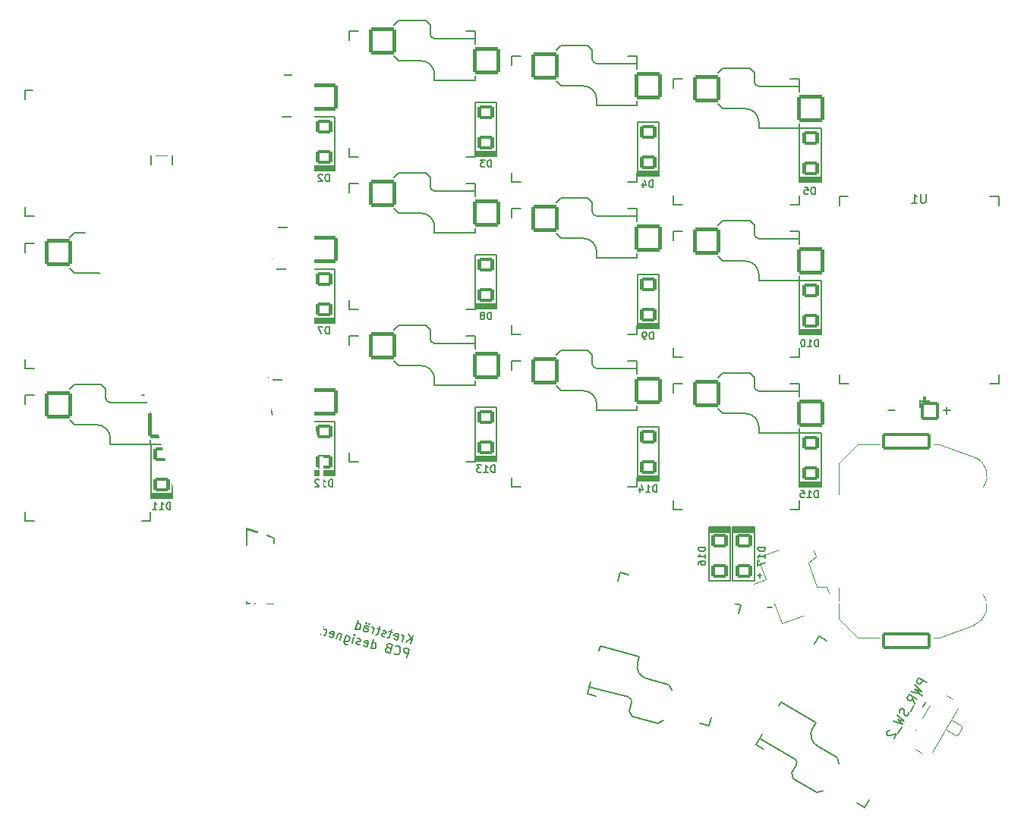
<source format=gbo>
G04 #@! TF.GenerationSoftware,KiCad,Pcbnew,(6.0.6)*
G04 #@! TF.CreationDate,2022-07-19T13:35:42+08:00*
G04 #@! TF.ProjectId,Kretstr_d,4b726574-7374-472e-9464-2e6b69636164,rev?*
G04 #@! TF.SameCoordinates,Original*
G04 #@! TF.FileFunction,Legend,Bot*
G04 #@! TF.FilePolarity,Positive*
%FSLAX46Y46*%
G04 Gerber Fmt 4.6, Leading zero omitted, Abs format (unit mm)*
G04 Created by KiCad (PCBNEW (6.0.6)) date 2022-07-19 13:35:42*
%MOMM*%
%LPD*%
G01*
G04 APERTURE LIST*
G04 Aperture macros list*
%AMRoundRect*
0 Rectangle with rounded corners*
0 $1 Rounding radius*
0 $2 $3 $4 $5 $6 $7 $8 $9 X,Y pos of 4 corners*
0 Add a 4 corners polygon primitive as box body*
4,1,4,$2,$3,$4,$5,$6,$7,$8,$9,$2,$3,0*
0 Add four circle primitives for the rounded corners*
1,1,$1+$1,$2,$3*
1,1,$1+$1,$4,$5*
1,1,$1+$1,$6,$7*
1,1,$1+$1,$8,$9*
0 Add four rect primitives between the rounded corners*
20,1,$1+$1,$2,$3,$4,$5,0*
20,1,$1+$1,$4,$5,$6,$7,0*
20,1,$1+$1,$6,$7,$8,$9,0*
20,1,$1+$1,$8,$9,$2,$3,0*%
%AMFreePoly0*
4,1,41,0.586777,0.930194,0.656366,0.874698,0.694986,0.794504,0.700000,0.750000,0.700000,-0.750000,0.680194,-0.836777,0.624698,-0.906366,0.544504,-0.944986,0.500000,-0.950000,0.000000,-0.950000,-0.023504,-0.944635,-0.083606,-0.943534,-0.139582,-0.934468,-0.274897,-0.892193,-0.326080,-0.867780,-0.444090,-0.789225,-0.486362,-0.751429,-0.577582,-0.642910,-0.607548,-0.594768,-0.664643,-0.465009,
-0.679893,-0.410393,-0.697476,-0.275933,-0.697084,-0.275882,-0.700000,-0.250000,-0.700000,0.250000,-0.697921,0.259109,-0.697582,0.286880,-0.675771,0.426957,-0.659192,0.481183,-0.598944,0.609508,-0.567811,0.656904,-0.473967,0.763162,-0.430783,0.799915,-0.310888,0.875563,-0.259125,0.898717,-0.122818,0.937674,-0.066635,0.945370,-0.042411,0.945222,0.000000,0.950000,0.500000,0.950000,
0.586777,0.930194,0.586777,0.930194,$1*%
%AMFreePoly1*
4,1,41,0.022678,0.944824,0.075125,0.944504,0.131210,0.936123,0.267031,0.895504,0.318507,0.871718,0.437469,0.794611,0.480202,0.757333,0.572740,0.649936,0.603290,0.602165,0.661967,0.473113,0.677883,0.418686,0.697980,0.278353,0.700000,0.250000,0.700000,-0.250000,0.699985,-0.252439,0.699836,-0.264655,0.697079,-0.295398,0.673559,-0.435199,0.656318,-0.489221,0.594506,-0.616800,
0.562797,-0.663810,0.467662,-0.768914,0.424032,-0.805137,0.303222,-0.879314,0.251181,-0.901834,0.114408,-0.939123,0.058135,-0.946132,0.037663,-0.945757,0.000000,-0.950000,-0.500000,-0.950000,-0.586777,-0.930194,-0.656366,-0.874698,-0.694986,-0.794504,-0.700000,-0.750000,-0.700000,0.750000,-0.680194,0.836777,-0.624698,0.906366,-0.544504,0.944986,-0.500000,0.950000,0.000000,0.950000,
0.022678,0.944824,0.022678,0.944824,$1*%
%AMFreePoly2*
4,1,22,0.686777,0.580194,0.756366,0.524698,0.794986,0.444504,0.800000,0.400000,0.800000,0.200000,0.780194,0.113223,0.741421,0.058579,0.141421,-0.541421,0.066056,-0.588777,-0.022393,-0.598742,-0.106406,-0.569345,-0.141421,-0.541421,-0.741421,0.058579,-0.788777,0.133944,-0.800000,0.200000,-0.800000,0.400000,-0.780194,0.486777,-0.724698,0.556366,-0.644504,0.594986,-0.600000,0.600000,
0.600000,0.600000,0.686777,0.580194,0.686777,0.580194,$1*%
%AMFreePoly3*
4,1,26,0.706406,1.169345,0.769345,1.106406,0.798742,1.022393,0.800000,1.000000,0.800000,-0.250000,0.780194,-0.336777,0.724698,-0.406366,0.644504,-0.444986,0.600000,-0.450000,-0.600000,-0.450000,-0.686777,-0.430194,-0.756366,-0.374698,-0.794986,-0.294504,-0.800000,-0.250000,-0.800000,1.000000,-0.780194,1.086777,-0.724698,1.156366,-0.644504,1.194986,-0.555496,1.194986,-0.475302,1.156366,
-0.458579,1.141421,0.000000,0.682842,0.458579,1.141421,0.533944,1.188777,0.622393,1.198742,0.706406,1.169345,0.706406,1.169345,$1*%
%AMFreePoly4*
4,1,321,0.216903,1.226394,0.286492,1.170898,0.325112,1.090704,0.330126,1.046200,0.330126,0.053880,0.332333,0.034041,0.330446,-0.641486,0.333256,-0.817120,0.341853,-0.991009,0.354077,-1.119625,0.362644,-1.162576,0.397195,-1.217295,0.480044,-1.321263,0.585726,-1.436349,0.661975,-1.511306,0.745305,-1.581782,0.780352,-1.600629,0.816227,-1.606237,0.855709,-1.608367,0.916305,-1.621245,
1.018029,-1.660105,1.092024,-1.709574,1.121528,-1.749879,1.172534,-1.841779,1.197479,-1.930252,1.204078,-2.083860,1.203745,-2.106820,1.191281,-2.279776,1.165288,-2.364904,1.129225,-2.403994,1.173666,-2.405392,1.223573,-2.405255,1.373672,-2.401395,1.448172,-2.392643,1.465324,-2.386622,1.490349,-2.367250,1.499144,-2.360816,1.558427,-2.319886,1.616268,-2.292409,1.736039,-2.257617,
1.795103,-2.249705,1.918049,-2.251717,1.998400,-2.270011,2.089018,-2.311721,2.159564,-2.365996,2.168233,-2.377282,2.179017,-2.392405,2.207229,-2.449366,2.233861,-2.535376,2.241991,-2.576456,2.252651,-2.693916,2.253382,-2.717931,2.251655,-2.776071,2.247065,-2.813135,2.225093,-2.912935,2.195462,-2.975696,2.212494,-2.958198,2.289490,-2.904783,2.362073,-2.873447,2.477989,-2.848910,
2.531369,-2.844932,2.650838,-2.852090,2.724742,-2.871102,2.812396,-2.912770,2.882265,-2.967914,2.907895,-3.009099,2.941835,-3.082118,2.959271,-3.144555,2.971968,-3.260006,2.972232,-3.301190,2.960919,-3.417757,2.944419,-3.480107,2.909095,-3.559070,2.855580,-3.630194,2.824642,-3.651681,2.776780,-3.678625,2.716103,-3.700809,2.613675,-3.720326,2.575255,-3.723859,2.458923,-3.723286,
2.420925,-3.719452,2.321391,-3.699672,2.242209,-3.664868,2.226679,-3.653495,2.249568,-3.708190,2.262483,-3.753325,2.275714,-3.834758,2.276340,-3.894786,2.255370,-4.043353,2.251016,-4.059844,2.261336,-4.057503,2.405029,-4.053550,2.423479,-4.053894,2.607272,-4.065820,2.692585,-4.091203,2.758435,-4.151089,2.791780,-4.233615,2.793805,-4.251024,2.806269,-4.423981,2.806736,-4.433904,
2.808688,-4.521554,2.803411,-4.571859,2.775606,-4.689911,2.736433,-4.769835,2.707599,-4.798835,2.630832,-4.861660,2.551134,-4.901291,2.531391,-4.905022,2.396634,-4.923538,2.367519,-4.925391,2.352493,-4.925249,2.321484,-4.922534,2.294547,-4.918042,2.345556,-4.977430,2.387072,-5.056163,2.391784,-5.079151,2.411668,-5.216808,2.413676,-5.249681,2.412978,-5.282286,2.408266,-5.321372,
2.380906,-5.444549,2.342754,-5.524966,2.315925,-5.552945,2.240017,-5.618098,2.161269,-5.659587,2.137440,-5.664410,2.001028,-5.683476,1.971455,-5.685392,1.956951,-5.685255,1.923948,-5.682197,1.791737,-5.658772,1.709746,-5.624130,1.687090,-5.605118,1.615161,-5.535067,1.566814,-5.460335,1.557616,-5.425814,1.535881,-5.299923,1.533999,-5.280958,1.533091,-5.277311,1.533100,-5.278990,
1.537976,-5.407924,1.546049,-5.464506,1.546949,-5.466700,1.560605,-5.481756,1.576426,-5.501596,1.634693,-5.585018,1.668563,-5.670193,1.688071,-5.801698,1.682547,-5.885969,1.643425,-6.022953,1.596826,-6.105026,1.561415,-6.142690,1.486564,-6.192720,1.387509,-6.230250,1.326898,-6.242961,1.205437,-6.249194,1.151442,-6.244614,1.082920,-6.229255,1.081676,-6.301771,1.060958,-6.387044,
1.004589,-6.500955,0.948350,-6.569945,0.933901,-6.580220,0.857650,-6.629504,0.787543,-6.657803,0.665751,-6.681668,0.584915,-6.680859,0.473708,-6.656748,0.415474,-6.628223,0.394933,-6.665026,0.359522,-6.702690,0.284671,-6.752720,0.185616,-6.790250,0.125005,-6.802961,0.003544,-6.809194,-0.050452,-6.804614,-0.162271,-6.779549,-0.243814,-6.740285,-0.268267,-6.720632,-0.316275,-6.752720,
-0.415330,-6.790250,-0.475941,-6.802961,-0.597402,-6.809194,-0.651397,-6.804614,-0.763217,-6.779549,-0.844763,-6.740284,-0.914891,-6.683922,-0.970122,-6.614122,-0.978575,-6.593515,-1.013000,-6.494172,-1.023868,-6.420766,-1.018162,-6.276806,-0.992477,-6.186396,-0.925104,-6.067069,-0.903724,-6.036331,-0.891370,-6.021708,-0.890072,-6.018941,-0.882527,-5.981614,-0.875398,-5.887739,-0.871719,-5.731182,
-0.870818,-5.503325,-0.870817,-5.503105,-0.869927,-5.326988,-0.869827,-5.321581,-0.862543,-5.094702,-0.861499,-5.079727,-0.853873,-5.008842,-0.260881,-5.008842,-0.250757,-5.118082,-0.182665,-5.265028,-0.032771,-5.461496,0.009168,-5.510153,0.014500,-5.516608,0.119025,-5.648672,0.127203,-5.659770,0.205250,-5.773710,0.219630,-5.798292,0.256978,-5.874043,0.259707,-5.879806,0.280044,-5.924602,
0.283266,-5.919104,0.302558,-5.891727,0.305210,-5.888563,0.317208,-5.858522,0.310755,-5.815816,0.250423,-5.704381,0.110971,-5.530277,0.036442,-5.444592,0.027944,-5.434129,-0.099383,-5.266107,-0.111658,-5.246753,0.652054,-5.246753,0.732842,-5.349046,0.752387,-5.378939,0.849803,-5.561724,0.882643,-5.509562,0.905761,-5.479570,0.917107,-5.467427,0.924826,-5.420679,0.930496,-5.304719,
0.931638,-5.161960,0.885617,-5.192720,0.786563,-5.230250,0.725952,-5.242961,0.652054,-5.246753,-0.111658,-5.246753,-0.117198,-5.238019,-0.195936,-5.087503,-0.212368,-5.044802,-0.239091,-4.941314,-0.260881,-5.008842,-0.853873,-5.008842,-0.842699,-4.904973,-0.837775,-4.877464,-0.810044,-4.767493,1.929029,-4.767493,1.940400,-4.777363,1.980580,-4.800139,2.016790,-4.806378,2.048565,-4.809884,
2.049055,-4.809988,2.034161,-4.797214,2.013963,-4.774566,2.013402,-4.774390,1.934563,-4.767567,1.929029,-4.767493,-0.810044,-4.767493,-0.802541,-4.737737,-0.789993,-4.702371,-0.733407,-4.580574,-0.717030,-4.551821,-0.634173,-4.430855,-0.622986,-4.416047,-0.508940,-4.278815,-0.506152,-4.275532,-0.504541,-4.273676,-0.406101,-4.155775,-0.327937,-4.054618,-0.302888,-4.017163,-0.302099,-4.013563,
-0.294032,-3.925579,-0.286465,-3.770786,-0.280305,-3.552504,-0.275624,-3.268476,-0.272373,-2.915350,-0.271993,-2.829729,0.332030,-2.829729,0.339270,-2.984437,0.352077,-3.112267,0.360925,-3.154360,0.378419,-3.181798,0.458433,-3.279847,0.578495,-3.414759,0.722334,-3.568543,0.876663,-3.727342,1.028514,-3.877809,1.164669,-4.006494,1.268831,-4.097556,1.310593,-4.127531,1.364957,-4.143570,
1.451146,-4.154833,1.444522,-4.147382,1.401669,-4.069368,1.396370,-4.045227,1.377902,-3.926443,1.353356,-3.888439,1.272875,-3.790853,1.139773,-3.645237,0.953129,-3.451558,0.710039,-3.206706,0.332030,-2.829729,-0.271993,-2.829729,-0.270486,-2.489955,-0.269874,-1.987786,-0.269874,1.046200,-0.250068,1.132977,-0.194572,1.202566,-0.114378,1.241186,-0.069874,1.246200,0.130126,1.246200,
0.216903,1.226394,0.216903,1.226394,$1*%
%AMFreePoly5*
4,1,284,0.206777,1.229994,0.276366,1.174498,0.314986,1.094304,0.320000,1.049800,0.320000,0.008200,0.319495,0.005987,0.319495,-1.866709,0.319486,-1.942235,0.319486,-1.942460,0.318928,-2.390763,0.318926,-2.391335,0.317383,-2.767014,0.317377,-2.767939,0.314675,-3.077389,0.314657,-3.078876,0.310622,-3.328489,0.310568,-3.330901,0.305029,-3.527071,0.304875,-3.531095,0.297657,-3.680215,
0.297195,-3.687212,0.288125,-3.795676,0.286622,-3.808584,0.275528,-3.882784,0.269972,-3.908365,0.256680,-3.954695,0.246330,-3.982691,0.240139,-3.996234,0.229057,-4.017117,0.167561,-4.118087,0.157692,-4.132784,0.062026,-4.262462,0.054482,-4.272060,-0.057455,-4.405866,-0.061018,-4.410009,-0.070961,-4.421255,-0.171727,-4.547476,-0.239381,-4.651469,-0.261423,-4.702807,-0.268448,-4.790209,
-0.275186,-4.947663,-0.279770,-5.144580,-0.281451,-5.361537,-0.281447,-5.385011,-0.280528,-5.604860,-0.277008,-5.754080,-0.270393,-5.838888,-0.268291,-5.848462,-0.224488,-5.894056,-0.171049,-5.977321,-0.142171,-6.051967,-0.122143,-6.170287,-0.120852,-6.228231,-0.135594,-6.347346,-0.162124,-6.424914,-0.212996,-6.510565,-0.274338,-6.575059,-0.308050,-6.593056,-0.393200,-6.628524,-0.459529,-6.643620,
-0.582275,-6.650118,-0.631318,-6.646663,-0.750780,-6.623247,-0.819367,-6.595916,-0.898997,-6.545453,-0.952252,-6.496101,-0.953444,-6.494503,-0.980620,-6.444550,-1.025271,-6.324319,-1.037078,-6.237909,-1.034554,-6.207929,-1.095319,-6.245365,-1.119612,-6.251953,-1.263243,-6.281341,-1.334401,-6.282972,-1.441733,-6.266095,-1.524379,-6.233050,-1.535526,-6.224760,-1.625648,-6.152737,-1.674999,-6.094737,
-1.708800,-6.034795,-1.731134,-5.973572,-1.756230,-5.840310,-1.751357,-5.746183,-1.721748,-5.646814,-1.786435,-5.670245,-1.797570,-5.671308,-1.925994,-5.679949,-2.017213,-5.664651,-2.152853,-5.607383,-2.223422,-5.557256,-2.286363,-5.487634,-2.329864,-5.409980,-2.331418,-5.403739,-1.483158,-5.403739,-1.355185,-5.371470,-1.321520,-5.365981,-1.296753,-5.364089,-1.271926,-5.355039,-1.217782,-5.314195,
-1.113600,-5.210504,-0.992406,-5.073003,-0.922095,-4.967193,-0.891919,-4.883182,-0.881172,-4.765871,-0.875626,-4.680694,-0.868608,-4.639640,-0.821297,-4.471082,-0.802138,-4.425469,-0.700510,-4.248647,-0.682044,-4.221835,-0.562810,-4.075770,-0.603069,-4.078811,-0.695126,-4.063965,-0.829973,-4.007718,-0.882942,-3.970059,-0.884544,-4.105830,-0.885000,-4.117175,-0.898888,-4.319380,-0.902711,-4.346893,
-0.935986,-4.504891,-0.949035,-4.545136,-1.009063,-4.679733,-1.028893,-4.714405,-1.123042,-4.846409,-1.137428,-4.864308,-1.273065,-5.014526,-1.276513,-5.018249,-1.287870,-5.030203,-1.395730,-5.154077,-1.436036,-5.218316,-1.445698,-5.259361,-1.451178,-5.311568,-1.471682,-5.381092,-1.483158,-5.403739,-2.331418,-5.403739,-2.333940,-5.393612,-2.360039,-5.266091,-2.360039,-5.185886,-2.330712,-5.042597,
-2.293908,-4.961554,-2.277054,-4.942143,-2.201589,-4.865752,-2.261402,-4.879975,-2.348652,-4.881156,-2.489497,-4.851669,-2.570374,-4.814501,-2.590504,-4.796763,-2.603049,-4.784116,-2.016632,-4.784116,-1.947691,-4.769658,-1.921784,-4.765974,-1.897997,-4.764168,-1.873069,-4.755114,-1.818842,-4.714263,-1.712136,-4.608103,-1.710532,-4.606403,-1.610735,-4.492472,-1.536348,-4.394540,-1.509620,-4.348678,
-1.496775,-4.253933,-1.486630,-4.104764,-1.484943,-4.030087,-1.521729,-4.066662,-1.663873,-4.210426,-1.771561,-4.327147,-1.827486,-4.398953,-1.841739,-4.426218,-1.846868,-4.455718,-1.849044,-4.466476,-1.880833,-4.604089,-1.919662,-4.684181,-1.933210,-4.699418,-2.016632,-4.784116,-2.603049,-4.784116,-2.677271,-4.709294,-2.724322,-4.633739,-2.731172,-4.608776,-2.760623,-4.465732,-2.760769,-4.385781,
-2.732270,-4.244767,-2.695666,-4.163633,-2.680108,-4.145462,-2.594432,-4.056733,-2.519907,-4.008065,-2.492843,-4.000178,-2.352971,-3.969921,-2.326052,-3.966766,-2.302642,-3.962427,-2.276550,-3.949146,-2.210815,-3.898611,-2.101881,-3.798679,-1.944546,-3.643570,-1.907850,-3.606778,-1.998585,-3.608266,-2.086362,-3.615506,-2.113472,-3.640814,-2.195993,-3.687200,-2.285285,-3.712217,-2.328694,-3.719355,
-2.443408,-3.725413,-2.478949,-3.724123,-2.588384,-3.710339,-2.648428,-3.692928,-2.721883,-3.658421,-2.794591,-3.600348,-2.808469,-3.582542,-2.842246,-3.517205,-2.871896,-3.418636,-2.880342,-3.357508,-2.878149,-3.232815,-2.869435,-3.177839,-2.834704,-3.064278,-2.812088,-3.015249,-2.804020,-3.002595,-2.744226,-2.942329,-2.663376,-2.889881,-2.579901,-2.859285,-2.464107,-2.844477,-2.401736,-2.846314,
-2.281469,-2.868955,-2.211215,-2.896693,-2.116941,-2.956591,-2.095419,-2.974395,-2.075455,-2.989291,-2.056639,-2.994995,-2.046633,-2.995905,-2.070904,-2.959695,-2.108494,-2.860796,-2.121279,-2.800020,-2.127521,-2.678750,-2.122913,-2.624593,-2.097809,-2.512950,-2.058380,-2.431296,-2.001929,-2.361278,-1.932045,-2.306154,-1.911531,-2.297769,-1.812031,-2.263398,-1.738834,-2.252593,-1.594647,-2.258290,
-1.504448,-2.283843,-1.384933,-2.351109,-1.358738,-2.368710,-1.337152,-2.385832,-1.317487,-2.393167,-1.240752,-2.402224,-1.085473,-2.405351,-1.078233,-2.405171,-1.107077,-2.378573,-1.139850,-2.295818,-1.141775,-2.278081,-1.154236,-2.081951,-1.154606,-2.072859,-1.156502,-1.967207,-1.150610,-1.915302,-1.126324,-1.817749,-1.086141,-1.738328,-1.046755,-1.702089,-0.979056,-1.654814,-0.896569,-1.621370,
-0.885058,-1.619844,-0.761116,-1.607067,-0.757791,-1.606753,-0.746558,-1.605784,-0.717431,-1.594755,-0.653274,-1.547006,-0.535915,-1.433821,-0.518656,-1.415993,-0.412859,-1.301079,-0.333107,-1.206107,-0.309940,-1.172922,-0.306469,-1.159606,-0.293711,-1.047354,-0.284313,-0.875423,-0.280824,-0.666620,-0.282712,0.034061,-0.280000,0.046093,-0.280000,1.049800,-0.260194,1.136577,-0.204698,1.206166,
-0.124504,1.244786,-0.080000,1.249800,0.120000,1.249800,0.206777,1.229994,0.206777,1.229994,$1*%
%AMFreePoly6*
4,1,27,0.076538,0.248275,0.121439,0.229676,0.194030,0.178169,0.229676,0.121439,0.248275,0.076538,0.263185,-0.011213,0.248275,-0.076538,0.229676,-0.121439,0.178169,-0.194030,0.121439,-0.229676,0.076538,-0.248275,0.000000,-0.263500,-2.184400,-0.263500,-2.260938,-0.248275,-2.305839,-0.229676,-2.378430,-0.178169,-2.414076,-0.121439,-2.432675,-0.076538,-2.447585,0.011213,-2.432675,0.076538,
-2.414076,0.121439,-2.362569,0.194030,-2.305839,0.229676,-2.260938,0.248275,-2.184400,0.263500,0.000000,0.263500,0.076538,0.248275,0.076538,0.248275,$1*%
%AMFreePoly7*
4,1,27,0.648038,0.248275,0.692939,0.229676,0.765530,0.178169,0.801176,0.121439,0.819775,0.076538,0.834685,-0.011213,0.819775,-0.076538,0.801176,-0.121439,0.749669,-0.194030,0.692939,-0.229676,0.648038,-0.248275,0.571500,-0.263500,-0.571500,-0.263500,-0.648038,-0.248275,-0.692939,-0.229676,-0.765530,-0.178169,-0.801176,-0.121439,-0.819775,-0.076538,-0.834685,0.011213,-0.819775,0.076538,
-0.801176,0.121439,-0.749669,0.194030,-0.692939,0.229676,-0.648038,0.248275,-0.571500,0.263500,0.571500,0.263500,0.648038,0.248275,0.648038,0.248275,$1*%
%AMFreePoly8*
4,1,27,0.248941,0.248275,0.293842,0.229676,0.366433,0.178169,0.402079,0.121439,0.420678,0.076538,0.435588,-0.011213,0.420678,-0.076538,0.402079,-0.121439,0.350572,-0.194030,0.293842,-0.229676,0.248941,-0.248275,0.172403,-0.263500,-0.183197,-0.263500,-0.259735,-0.248275,-0.304636,-0.229676,-0.377227,-0.178169,-0.412873,-0.121439,-0.431472,-0.076538,-0.446382,0.011213,-0.431472,0.076538,
-0.412873,0.121439,-0.361366,0.194030,-0.304636,0.229676,-0.259735,0.248275,-0.183197,0.263500,0.172403,0.263500,0.248941,0.248275,0.248941,0.248275,$1*%
G04 Aperture macros list end*
%ADD10C,0.150000*%
%ADD11C,0.200000*%
%ADD12C,0.120000*%
%ADD13C,0.178000*%
%ADD14C,0.100000*%
%ADD15C,2.101800*%
%ADD16C,3.400000*%
%ADD17C,3.829000*%
%ADD18RoundRect,0.200000X-1.592168X-0.919239X0.919239X-1.592168X1.592168X0.919239X-0.919239X1.592168X0*%
%ADD19RoundRect,0.400000X0.200000X0.450000X-0.200000X0.450000X-0.200000X-0.450000X0.200000X-0.450000X0*%
%ADD20O,1.200000X1.700000*%
%ADD21RoundRect,0.200000X1.300000X1.300000X-1.300000X1.300000X-1.300000X-1.300000X1.300000X-1.300000X0*%
%ADD22RoundRect,0.200000X0.700000X-0.600000X0.700000X0.600000X-0.700000X0.600000X-0.700000X-0.600000X0*%
%ADD23C,3.600000*%
%ADD24FreePoly0,90.000000*%
%ADD25FreePoly1,90.000000*%
%ADD26RoundRect,0.200000X-0.700000X0.600000X-0.700000X-0.600000X0.700000X-0.600000X0.700000X0.600000X0*%
%ADD27RoundRect,0.200000X2.540000X-0.768600X2.540000X0.768600X-2.540000X0.768600X-2.540000X-0.768600X0*%
%ADD28C,16.400000*%
%ADD29RoundRect,0.200000X-1.775833X-0.475833X0.475833X-1.775833X1.775833X0.475833X-0.475833X1.775833X0*%
%ADD30C,2.000000*%
%ADD31FreePoly2,90.000000*%
%ADD32FreePoly2,270.000000*%
%ADD33FreePoly3,270.000000*%
%ADD34FreePoly3,90.000000*%
%ADD35RoundRect,0.200000X-0.850000X0.850000X-0.850000X-0.850000X0.850000X-0.850000X0.850000X0.850000X0*%
%ADD36O,2.100000X2.100000*%
%ADD37C,4.800000*%
%ADD38C,1.300000*%
%ADD39RoundRect,0.200000X-0.096410X0.633013X-0.596410X-0.233013X0.096410X-0.633013X0.596410X0.233013X0*%
%ADD40RoundRect,0.200000X-0.474519X0.678109X-0.824519X0.071891X0.474519X-0.678109X0.824519X-0.071891X0*%
%ADD41FreePoly4,180.000000*%
%ADD42FreePoly5,180.000000*%
%ADD43FreePoly6,180.000000*%
%ADD44FreePoly7,180.000000*%
%ADD45FreePoly8,180.000000*%
%ADD46RoundRect,0.400000X-0.773173X-0.068577X-0.636365X-0.444454X0.773173X0.068577X0.636365X0.444454X0*%
%ADD47RoundRect,0.450000X-1.475870X-0.111502X-1.202254X-0.863256X1.475870X0.111502X1.202254X0.863256X0*%
G04 APERTURE END LIST*
D10*
X125462855Y-121348052D02*
X125721674Y-120382126D01*
X124910897Y-121200155D02*
X125472762Y-120759120D01*
X125169716Y-120234229D02*
X125573777Y-120934083D01*
X124496929Y-121089232D02*
X124669475Y-120445282D01*
X124620176Y-120629268D02*
X124598829Y-120524950D01*
X124565157Y-120466629D01*
X124485489Y-120395983D01*
X124393496Y-120371334D01*
X123543328Y-120784417D02*
X123622996Y-120855063D01*
X123806982Y-120904362D01*
X123911299Y-120883015D01*
X123981945Y-120803346D01*
X124080543Y-120435375D01*
X124059196Y-120331057D01*
X123979528Y-120260411D01*
X123795542Y-120211112D01*
X123691224Y-120232459D01*
X123620578Y-120312128D01*
X123595929Y-120404120D01*
X124031244Y-120619361D01*
X123381574Y-120100190D02*
X123013602Y-120001592D01*
X123329857Y-119741240D02*
X123108012Y-120569177D01*
X123037367Y-120648845D01*
X122933049Y-120670192D01*
X122841056Y-120645543D01*
X122577402Y-120525598D02*
X122473084Y-120546945D01*
X122289098Y-120497646D01*
X122209430Y-120427000D01*
X122188083Y-120322683D01*
X122200408Y-120276686D01*
X122271054Y-120197018D01*
X122375371Y-120175671D01*
X122513361Y-120212645D01*
X122617678Y-120191298D01*
X122688324Y-120111630D01*
X122700649Y-120065633D01*
X122679302Y-119961316D01*
X122599634Y-119890670D01*
X122461644Y-119853696D01*
X122357327Y-119875043D01*
X122047676Y-119742773D02*
X121679704Y-119644175D01*
X121995960Y-119383824D02*
X121774115Y-120211760D01*
X121703469Y-120291428D01*
X121599151Y-120312775D01*
X121507158Y-120288126D01*
X121185183Y-120201853D02*
X121357729Y-119557902D01*
X121308430Y-119741888D02*
X121287083Y-119637571D01*
X121253411Y-119579249D01*
X121173743Y-119508603D01*
X121081750Y-119483954D01*
X120173261Y-119930709D02*
X120308833Y-119424748D01*
X120379479Y-119345080D01*
X120483796Y-119323733D01*
X120667782Y-119373032D01*
X120747450Y-119443677D01*
X120185585Y-119884713D02*
X120265254Y-119955359D01*
X120495236Y-120016982D01*
X120599554Y-119995635D01*
X120670200Y-119915967D01*
X120694849Y-119823974D01*
X120673502Y-119719656D01*
X120593834Y-119649010D01*
X120363851Y-119587387D01*
X120284183Y-119516741D01*
X120846048Y-119075706D02*
X120787727Y-119109377D01*
X120821399Y-119167699D01*
X120879720Y-119134027D01*
X120846048Y-119075706D01*
X120821399Y-119167699D01*
X120478076Y-118977108D02*
X120419755Y-119010780D01*
X120453427Y-119069101D01*
X120511748Y-119035429D01*
X120478076Y-118977108D01*
X120453427Y-119069101D01*
X119299328Y-119696540D02*
X119558147Y-118730614D01*
X119311653Y-119650543D02*
X119391321Y-119721189D01*
X119575307Y-119770488D01*
X119679624Y-119749141D01*
X119737946Y-119715469D01*
X119808591Y-119635801D01*
X119882540Y-119359822D01*
X119861193Y-119255504D01*
X119827521Y-119197183D01*
X119747853Y-119126537D01*
X119563867Y-119077238D01*
X119459549Y-119098585D01*
X125046156Y-122903193D02*
X125304975Y-121937267D01*
X124937003Y-121838669D01*
X124832685Y-121860016D01*
X124774364Y-121893688D01*
X124703718Y-121973356D01*
X124666744Y-122111345D01*
X124688091Y-122215663D01*
X124721763Y-122273984D01*
X124801431Y-122344630D01*
X125169403Y-122443228D01*
X123552922Y-122404484D02*
X123586593Y-122462805D01*
X123712258Y-122545776D01*
X123804251Y-122570425D01*
X123954565Y-122561403D01*
X124071207Y-122494059D01*
X124141853Y-122414391D01*
X124237149Y-122242730D01*
X124274123Y-122104741D01*
X124277425Y-121908430D01*
X124256078Y-121804112D01*
X124188735Y-121687470D01*
X124063070Y-121604499D01*
X123971077Y-121579850D01*
X123820763Y-121588872D01*
X123762442Y-121622544D01*
X122927901Y-121793320D02*
X122777586Y-121802343D01*
X122719265Y-121836014D01*
X122648619Y-121915683D01*
X122611645Y-122053672D01*
X122632992Y-122157990D01*
X122666664Y-122216311D01*
X122746332Y-122286957D01*
X123114304Y-122385554D01*
X123373123Y-121419629D01*
X123051148Y-121333356D01*
X122946830Y-121354703D01*
X122888509Y-121388374D01*
X122817863Y-121468043D01*
X122793214Y-121560036D01*
X122814561Y-121664353D01*
X122848232Y-121722674D01*
X122927901Y-121793320D01*
X123249876Y-121879593D01*
X120998466Y-121818617D02*
X121257285Y-120852692D01*
X121010791Y-121772621D02*
X121090459Y-121843267D01*
X121274445Y-121892566D01*
X121378763Y-121871219D01*
X121437084Y-121837547D01*
X121507730Y-121757879D01*
X121581678Y-121481900D01*
X121560331Y-121377582D01*
X121526659Y-121319261D01*
X121446991Y-121248615D01*
X121263005Y-121199316D01*
X121158688Y-121220663D01*
X120182855Y-121550776D02*
X120262523Y-121621422D01*
X120446509Y-121670721D01*
X120550826Y-121649374D01*
X120621472Y-121569706D01*
X120720070Y-121201734D01*
X120698723Y-121097416D01*
X120619055Y-121026770D01*
X120435069Y-120977471D01*
X120330751Y-120998818D01*
X120260105Y-121078487D01*
X120235456Y-121170480D01*
X120670771Y-121385720D01*
X119768886Y-121439854D02*
X119664569Y-121461201D01*
X119480583Y-121411902D01*
X119400915Y-121341256D01*
X119379568Y-121236938D01*
X119391892Y-121190942D01*
X119462538Y-121111274D01*
X119566856Y-121089927D01*
X119704845Y-121126901D01*
X119809163Y-121105554D01*
X119879809Y-121025885D01*
X119892134Y-120979889D01*
X119870787Y-120875571D01*
X119791118Y-120804925D01*
X119653129Y-120767951D01*
X119548811Y-120789298D01*
X118928625Y-121264005D02*
X119101171Y-120620055D01*
X119187444Y-120298079D02*
X119221116Y-120356401D01*
X119162795Y-120390072D01*
X119129123Y-120331751D01*
X119187444Y-120298079D01*
X119162795Y-120390072D01*
X118227238Y-120385885D02*
X118017718Y-121167825D01*
X118039065Y-121272143D01*
X118072737Y-121330464D01*
X118152405Y-121401110D01*
X118290395Y-121438084D01*
X118394712Y-121416737D01*
X118067017Y-120983839D02*
X118146685Y-121054485D01*
X118330671Y-121103784D01*
X118434989Y-121082437D01*
X118493310Y-121048765D01*
X118563956Y-120969097D01*
X118637904Y-120693118D01*
X118616557Y-120588800D01*
X118582886Y-120530479D01*
X118503217Y-120459833D01*
X118319231Y-120410534D01*
X118214914Y-120431882D01*
X117767274Y-120262638D02*
X117594728Y-120906588D01*
X117742624Y-120354631D02*
X117708953Y-120296310D01*
X117629284Y-120225664D01*
X117491295Y-120188690D01*
X117386977Y-120210037D01*
X117316331Y-120289705D01*
X117180760Y-120795666D01*
X116365148Y-120527825D02*
X116444816Y-120598471D01*
X116628802Y-120647769D01*
X116733120Y-120626422D01*
X116803766Y-120546754D01*
X116902363Y-120178782D01*
X116881016Y-120074465D01*
X116801348Y-120003819D01*
X116617362Y-119954520D01*
X116513044Y-119975867D01*
X116442399Y-120055535D01*
X116417749Y-120147528D01*
X116853064Y-120362768D01*
X115478890Y-120339651D02*
X115737709Y-119373726D01*
X115491215Y-120293655D02*
X115570883Y-120364301D01*
X115754869Y-120413600D01*
X115859187Y-120392253D01*
X115917508Y-120358581D01*
X115988154Y-120278913D01*
X116062102Y-120002934D01*
X116040755Y-119898616D01*
X116007083Y-119840295D01*
X115927415Y-119769649D01*
X115743429Y-119720350D01*
X115639112Y-119741697D01*
X114282982Y-120019209D02*
X114541801Y-119053283D01*
X114443203Y-119421255D02*
X114363535Y-119350609D01*
X114179549Y-119301310D01*
X114075232Y-119322657D01*
X114016910Y-119356329D01*
X113946265Y-119435997D01*
X113872316Y-119711976D01*
X113893663Y-119816293D01*
X113927335Y-119874615D01*
X114007003Y-119945261D01*
X114190989Y-119994559D01*
X114295307Y-119973212D01*
X113673588Y-119165738D02*
X113271060Y-119748065D01*
X113213623Y-119042491D02*
X113271060Y-119748065D01*
X113301429Y-120002697D01*
X113335101Y-120061018D01*
X113414769Y-120131664D01*
X112109708Y-118746698D02*
X111887863Y-119574634D01*
X111909210Y-119678952D01*
X111988879Y-119749598D01*
X112034875Y-119761922D01*
X112195981Y-118424722D02*
X112229653Y-118483044D01*
X112171332Y-118516715D01*
X112137660Y-118458394D01*
X112195981Y-118424722D01*
X112171332Y-118516715D01*
X111741737Y-118648100D02*
X111385205Y-119242752D01*
X111324466Y-118733488D01*
X111017233Y-119144154D01*
X111005793Y-118450905D01*
X165274336Y-117298144D02*
X165731479Y-117298144D01*
X179472441Y-95271620D02*
X178710536Y-95271620D01*
X185619241Y-95271620D02*
X184857336Y-95271620D01*
X185238289Y-94890668D02*
X185238289Y-95652572D01*
X164131336Y-113742144D02*
X164588479Y-113742144D01*
X164359907Y-113513573D02*
X164359907Y-113970716D01*
X170547879Y-71142296D02*
X170547879Y-70342296D01*
X170357403Y-70342296D01*
X170243117Y-70380392D01*
X170166926Y-70456582D01*
X170128831Y-70532772D01*
X170090736Y-70685153D01*
X170090736Y-70799439D01*
X170128831Y-70951820D01*
X170166926Y-71028011D01*
X170243117Y-71104201D01*
X170357403Y-71142296D01*
X170547879Y-71142296D01*
X169366926Y-70342296D02*
X169747879Y-70342296D01*
X169785974Y-70723249D01*
X169747879Y-70685153D01*
X169671688Y-70647058D01*
X169481212Y-70647058D01*
X169405022Y-70685153D01*
X169366926Y-70723249D01*
X169328831Y-70799439D01*
X169328831Y-70989915D01*
X169366926Y-71066106D01*
X169405022Y-71104201D01*
X169481212Y-71142296D01*
X169671688Y-71142296D01*
X169747879Y-71104201D01*
X169785974Y-71066106D01*
X116344218Y-86744297D02*
X116344218Y-85944297D01*
X116153742Y-85944297D01*
X116039456Y-85982393D01*
X115963265Y-86058583D01*
X115925170Y-86134773D01*
X115887075Y-86287154D01*
X115887075Y-86401440D01*
X115925170Y-86553821D01*
X115963265Y-86630012D01*
X116039456Y-86706202D01*
X116153742Y-86744297D01*
X116344218Y-86744297D01*
X115620408Y-85944297D02*
X115087075Y-85944297D01*
X115429932Y-86744297D01*
X98640370Y-106350097D02*
X98640370Y-105550097D01*
X98449894Y-105550097D01*
X98335608Y-105588193D01*
X98259418Y-105664383D01*
X98221322Y-105740573D01*
X98183227Y-105892954D01*
X98183227Y-106007240D01*
X98221322Y-106159621D01*
X98259418Y-106235812D01*
X98335608Y-106312002D01*
X98449894Y-106350097D01*
X98640370Y-106350097D01*
X97421322Y-106350097D02*
X97878465Y-106350097D01*
X97649894Y-106350097D02*
X97649894Y-105550097D01*
X97726084Y-105664383D01*
X97802275Y-105740573D01*
X97878465Y-105778669D01*
X96659418Y-106350097D02*
X97116561Y-106350097D01*
X96887989Y-106350097D02*
X96887989Y-105550097D01*
X96964180Y-105664383D01*
X97040370Y-105740573D01*
X97116561Y-105778669D01*
X98259418Y-89335097D02*
X98259418Y-88535097D01*
X98068942Y-88535097D01*
X97954656Y-88573193D01*
X97878465Y-88649383D01*
X97840370Y-88725573D01*
X97802275Y-88877954D01*
X97802275Y-88992240D01*
X97840370Y-89144621D01*
X97878465Y-89220812D01*
X97954656Y-89297002D01*
X98068942Y-89335097D01*
X98259418Y-89335097D01*
X97116561Y-88535097D02*
X97268942Y-88535097D01*
X97345132Y-88573193D01*
X97383227Y-88611288D01*
X97459418Y-88725573D01*
X97497513Y-88877954D01*
X97497513Y-89182716D01*
X97459418Y-89258907D01*
X97421322Y-89297002D01*
X97345132Y-89335097D01*
X97192751Y-89335097D01*
X97116561Y-89297002D01*
X97078465Y-89258907D01*
X97040370Y-89182716D01*
X97040370Y-88992240D01*
X97078465Y-88916050D01*
X97116561Y-88877954D01*
X97192751Y-88839859D01*
X97345132Y-88839859D01*
X97421322Y-88877954D01*
X97459418Y-88916050D01*
X97497513Y-88992240D01*
X164974451Y-110578963D02*
X164174451Y-110578963D01*
X164174451Y-110769439D01*
X164212547Y-110883725D01*
X164288737Y-110959915D01*
X164364927Y-110998011D01*
X164517308Y-111036106D01*
X164631594Y-111036106D01*
X164783975Y-110998011D01*
X164860166Y-110959915D01*
X164936356Y-110883725D01*
X164974451Y-110769439D01*
X164974451Y-110578963D01*
X164974451Y-111798011D02*
X164974451Y-111340868D01*
X164974451Y-111569439D02*
X164174451Y-111569439D01*
X164288737Y-111493249D01*
X164364927Y-111417058D01*
X164403023Y-111340868D01*
X164174451Y-112064677D02*
X164174451Y-112598011D01*
X164974451Y-112255153D01*
X158297051Y-110578963D02*
X157497051Y-110578963D01*
X157497051Y-110769439D01*
X157535147Y-110883725D01*
X157611337Y-110959915D01*
X157687527Y-110998011D01*
X157839908Y-111036106D01*
X157954194Y-111036106D01*
X158106575Y-110998011D01*
X158182766Y-110959915D01*
X158258956Y-110883725D01*
X158297051Y-110769439D01*
X158297051Y-110578963D01*
X158297051Y-111798011D02*
X158297051Y-111340868D01*
X158297051Y-111569439D02*
X157497051Y-111569439D01*
X157611337Y-111493249D01*
X157687527Y-111417058D01*
X157725623Y-111340868D01*
X157497051Y-112483725D02*
X157497051Y-112331344D01*
X157535147Y-112255153D01*
X157573242Y-112217058D01*
X157687527Y-112140868D01*
X157839908Y-112102772D01*
X158144670Y-112102772D01*
X158220861Y-112140868D01*
X158258956Y-112178963D01*
X158297051Y-112255153D01*
X158297051Y-112407534D01*
X158258956Y-112483725D01*
X158220861Y-112521820D01*
X158144670Y-112559915D01*
X157954194Y-112559915D01*
X157878004Y-112521820D01*
X157839908Y-112483725D01*
X157801813Y-112407534D01*
X157801813Y-112255153D01*
X157839908Y-112178963D01*
X157878004Y-112140868D01*
X157954194Y-112102772D01*
X134429018Y-68101795D02*
X134429018Y-67301795D01*
X134238542Y-67301795D01*
X134124256Y-67339891D01*
X134048065Y-67416081D01*
X134009970Y-67492271D01*
X133971875Y-67644652D01*
X133971875Y-67758938D01*
X134009970Y-67911319D01*
X134048065Y-67987510D01*
X134124256Y-68063700D01*
X134238542Y-68101795D01*
X134429018Y-68101795D01*
X133705208Y-67301795D02*
X133209970Y-67301795D01*
X133476637Y-67606557D01*
X133362351Y-67606557D01*
X133286161Y-67644652D01*
X133248065Y-67682748D01*
X133209970Y-67758938D01*
X133209970Y-67949414D01*
X133248065Y-68025605D01*
X133286161Y-68063700D01*
X133362351Y-68101795D01*
X133590922Y-68101795D01*
X133667113Y-68063700D01*
X133705208Y-68025605D01*
X152463018Y-70371896D02*
X152463018Y-69571896D01*
X152272542Y-69571896D01*
X152158256Y-69609992D01*
X152082065Y-69686182D01*
X152043970Y-69762372D01*
X152005875Y-69914753D01*
X152005875Y-70029039D01*
X152043970Y-70181420D01*
X152082065Y-70257611D01*
X152158256Y-70333801D01*
X152272542Y-70371896D01*
X152463018Y-70371896D01*
X151320161Y-69838563D02*
X151320161Y-70371896D01*
X151510637Y-69533801D02*
X151701113Y-70105230D01*
X151205875Y-70105230D01*
X98259418Y-72252396D02*
X98259418Y-71452396D01*
X98068942Y-71452396D01*
X97954656Y-71490492D01*
X97878465Y-71566682D01*
X97840370Y-71642872D01*
X97802275Y-71795253D01*
X97802275Y-71909539D01*
X97840370Y-72061920D01*
X97878465Y-72138111D01*
X97954656Y-72214301D01*
X98068942Y-72252396D01*
X98259418Y-72252396D01*
X97040370Y-72252396D02*
X97497513Y-72252396D01*
X97268942Y-72252396D02*
X97268942Y-71452396D01*
X97345132Y-71566682D01*
X97421322Y-71642872D01*
X97497513Y-71680968D01*
X182906194Y-71147295D02*
X182906194Y-71956819D01*
X182858575Y-72052057D01*
X182810956Y-72099676D01*
X182715718Y-72147295D01*
X182525242Y-72147295D01*
X182430004Y-72099676D01*
X182382385Y-72052057D01*
X182334766Y-71956819D01*
X182334766Y-71147295D01*
X181334766Y-72147295D02*
X181906194Y-72147295D01*
X181620480Y-72147295D02*
X181620480Y-71147295D01*
X181715718Y-71290153D01*
X181810956Y-71385391D01*
X181906194Y-71433010D01*
X170945170Y-88163468D02*
X170945170Y-87363468D01*
X170754694Y-87363468D01*
X170640408Y-87401564D01*
X170564218Y-87477754D01*
X170526122Y-87553944D01*
X170488027Y-87706325D01*
X170488027Y-87820611D01*
X170526122Y-87972992D01*
X170564218Y-88049183D01*
X170640408Y-88125373D01*
X170754694Y-88163468D01*
X170945170Y-88163468D01*
X169726122Y-88163468D02*
X170183265Y-88163468D01*
X169954694Y-88163468D02*
X169954694Y-87363468D01*
X170030884Y-87477754D01*
X170107075Y-87553944D01*
X170183265Y-87592040D01*
X169230884Y-87363468D02*
X169154694Y-87363468D01*
X169078503Y-87401564D01*
X169040408Y-87439659D01*
X169002313Y-87515849D01*
X168964218Y-87668230D01*
X168964218Y-87858706D01*
X169002313Y-88011087D01*
X169040408Y-88087278D01*
X169078503Y-88125373D01*
X169154694Y-88163468D01*
X169230884Y-88163468D01*
X169307075Y-88125373D01*
X169345170Y-88087278D01*
X169383265Y-88011087D01*
X169421361Y-87858706D01*
X169421361Y-87668230D01*
X169383265Y-87515849D01*
X169345170Y-87439659D01*
X169307075Y-87401564D01*
X169230884Y-87363468D01*
X170877970Y-105014996D02*
X170877970Y-104214996D01*
X170687494Y-104214996D01*
X170573208Y-104253092D01*
X170497018Y-104329282D01*
X170458922Y-104405472D01*
X170420827Y-104557853D01*
X170420827Y-104672139D01*
X170458922Y-104824520D01*
X170497018Y-104900711D01*
X170573208Y-104976901D01*
X170687494Y-105014996D01*
X170877970Y-105014996D01*
X169658922Y-105014996D02*
X170116065Y-105014996D01*
X169887494Y-105014996D02*
X169887494Y-104214996D01*
X169963684Y-104329282D01*
X170039875Y-104405472D01*
X170116065Y-104443568D01*
X168935113Y-104214996D02*
X169316065Y-104214996D01*
X169354161Y-104595949D01*
X169316065Y-104557853D01*
X169239875Y-104519758D01*
X169049399Y-104519758D01*
X168973208Y-104557853D01*
X168935113Y-104595949D01*
X168897018Y-104672139D01*
X168897018Y-104862615D01*
X168935113Y-104938806D01*
X168973208Y-104976901D01*
X169049399Y-105014996D01*
X169239875Y-105014996D01*
X169316065Y-104976901D01*
X169354161Y-104938806D01*
X152894770Y-104408096D02*
X152894770Y-103608096D01*
X152704294Y-103608096D01*
X152590008Y-103646192D01*
X152513818Y-103722382D01*
X152475722Y-103798572D01*
X152437627Y-103950953D01*
X152437627Y-104065239D01*
X152475722Y-104217620D01*
X152513818Y-104293811D01*
X152590008Y-104370001D01*
X152704294Y-104408096D01*
X152894770Y-104408096D01*
X151675722Y-104408096D02*
X152132865Y-104408096D01*
X151904294Y-104408096D02*
X151904294Y-103608096D01*
X151980484Y-103722382D01*
X152056675Y-103798572D01*
X152132865Y-103836668D01*
X150990008Y-103874763D02*
X150990008Y-104408096D01*
X151180484Y-103570001D02*
X151370961Y-104141430D01*
X150875722Y-104141430D01*
X116344218Y-69712396D02*
X116344218Y-68912396D01*
X116153742Y-68912396D01*
X116039456Y-68950492D01*
X115963265Y-69026682D01*
X115925170Y-69102872D01*
X115887075Y-69255253D01*
X115887075Y-69369539D01*
X115925170Y-69521920D01*
X115963265Y-69598111D01*
X116039456Y-69674301D01*
X116153742Y-69712396D01*
X116344218Y-69712396D01*
X115582313Y-68988587D02*
X115544218Y-68950492D01*
X115468027Y-68912396D01*
X115277551Y-68912396D01*
X115201361Y-68950492D01*
X115163265Y-68988587D01*
X115125170Y-69064777D01*
X115125170Y-69140968D01*
X115163265Y-69255253D01*
X115620408Y-69712396D01*
X115125170Y-69712396D01*
X134429018Y-85133696D02*
X134429018Y-84333696D01*
X134238542Y-84333696D01*
X134124256Y-84371792D01*
X134048065Y-84447982D01*
X134009970Y-84524172D01*
X133971875Y-84676553D01*
X133971875Y-84790839D01*
X134009970Y-84943220D01*
X134048065Y-85019411D01*
X134124256Y-85095601D01*
X134238542Y-85133696D01*
X134429018Y-85133696D01*
X133514732Y-84676553D02*
X133590922Y-84638458D01*
X133629018Y-84600363D01*
X133667113Y-84524172D01*
X133667113Y-84486077D01*
X133629018Y-84409887D01*
X133590922Y-84371792D01*
X133514732Y-84333696D01*
X133362351Y-84333696D01*
X133286161Y-84371792D01*
X133248065Y-84409887D01*
X133209970Y-84486077D01*
X133209970Y-84524172D01*
X133248065Y-84600363D01*
X133286161Y-84638458D01*
X133362351Y-84676553D01*
X133514732Y-84676553D01*
X133590922Y-84714649D01*
X133629018Y-84752744D01*
X133667113Y-84828934D01*
X133667113Y-84981315D01*
X133629018Y-85057506D01*
X133590922Y-85095601D01*
X133514732Y-85133696D01*
X133362351Y-85133696D01*
X133286161Y-85095601D01*
X133248065Y-85057506D01*
X133209970Y-84981315D01*
X133209970Y-84828934D01*
X133248065Y-84752744D01*
X133286161Y-84714649D01*
X133362351Y-84676553D01*
X152513818Y-87342296D02*
X152513818Y-86542296D01*
X152323342Y-86542296D01*
X152209056Y-86580392D01*
X152132865Y-86656582D01*
X152094770Y-86732772D01*
X152056675Y-86885153D01*
X152056675Y-86999439D01*
X152094770Y-87151820D01*
X152132865Y-87228011D01*
X152209056Y-87304201D01*
X152323342Y-87342296D01*
X152513818Y-87342296D01*
X151675722Y-87342296D02*
X151523342Y-87342296D01*
X151447151Y-87304201D01*
X151409056Y-87266106D01*
X151332865Y-87151820D01*
X151294770Y-86999439D01*
X151294770Y-86694677D01*
X151332865Y-86618487D01*
X151370961Y-86580392D01*
X151447151Y-86542296D01*
X151599532Y-86542296D01*
X151675722Y-86580392D01*
X151713818Y-86618487D01*
X151751913Y-86694677D01*
X151751913Y-86885153D01*
X151713818Y-86961344D01*
X151675722Y-86999439D01*
X151599532Y-87037534D01*
X151447151Y-87037534D01*
X151370961Y-86999439D01*
X151332865Y-86961344D01*
X151294770Y-86885153D01*
X134809970Y-102199496D02*
X134809970Y-101399496D01*
X134619494Y-101399496D01*
X134505208Y-101437592D01*
X134429018Y-101513782D01*
X134390922Y-101589972D01*
X134352827Y-101742353D01*
X134352827Y-101856639D01*
X134390922Y-102009020D01*
X134429018Y-102085211D01*
X134505208Y-102161401D01*
X134619494Y-102199496D01*
X134809970Y-102199496D01*
X133590922Y-102199496D02*
X134048065Y-102199496D01*
X133819494Y-102199496D02*
X133819494Y-101399496D01*
X133895684Y-101513782D01*
X133971875Y-101589972D01*
X134048065Y-101628068D01*
X133324256Y-101399496D02*
X132829018Y-101399496D01*
X133095684Y-101704258D01*
X132981399Y-101704258D01*
X132905208Y-101742353D01*
X132867113Y-101780449D01*
X132829018Y-101856639D01*
X132829018Y-102047115D01*
X132867113Y-102123306D01*
X132905208Y-102161401D01*
X132981399Y-102199496D01*
X133209970Y-102199496D01*
X133286161Y-102161401D01*
X133324256Y-102123306D01*
X116725170Y-103810097D02*
X116725170Y-103010097D01*
X116534694Y-103010097D01*
X116420408Y-103048193D01*
X116344218Y-103124383D01*
X116306122Y-103200573D01*
X116268027Y-103352954D01*
X116268027Y-103467240D01*
X116306122Y-103619621D01*
X116344218Y-103695812D01*
X116420408Y-103772002D01*
X116534694Y-103810097D01*
X116725170Y-103810097D01*
X115506122Y-103810097D02*
X115963265Y-103810097D01*
X115734694Y-103810097D02*
X115734694Y-103010097D01*
X115810884Y-103124383D01*
X115887075Y-103200573D01*
X115963265Y-103238669D01*
X115201361Y-103086288D02*
X115163265Y-103048193D01*
X115087075Y-103010097D01*
X114896599Y-103010097D01*
X114820408Y-103048193D01*
X114782313Y-103086288D01*
X114744218Y-103162478D01*
X114744218Y-103238669D01*
X114782313Y-103352954D01*
X115239456Y-103810097D01*
X114744218Y-103810097D01*
X182981167Y-125649517D02*
X182115141Y-125149517D01*
X181924665Y-125479431D01*
X181918285Y-125585719D01*
X181935715Y-125650768D01*
X181994384Y-125739627D01*
X182118102Y-125811055D01*
X182224390Y-125817435D01*
X182289439Y-125800005D01*
X182378297Y-125741336D01*
X182568774Y-125411422D01*
X181662760Y-125933064D02*
X182409738Y-126639260D01*
X181695910Y-126447074D01*
X182219262Y-126969175D01*
X181234189Y-126675371D01*
X181624024Y-128000157D02*
X181378297Y-127473387D01*
X181909738Y-127505286D02*
X181043713Y-127005286D01*
X180853237Y-127335200D01*
X180846857Y-127441488D01*
X180864287Y-127506537D01*
X180922956Y-127595395D01*
X181046674Y-127666824D01*
X181152962Y-127673204D01*
X181218011Y-127655774D01*
X181306869Y-127597105D01*
X181497345Y-127267190D01*
X181611264Y-128212733D02*
X181230312Y-128872562D01*
X181011356Y-128966091D02*
X180981167Y-129113618D01*
X180862119Y-129319815D01*
X180773261Y-129378484D01*
X180708212Y-129395914D01*
X180601924Y-129389534D01*
X180519445Y-129341915D01*
X180460776Y-129253057D01*
X180443346Y-129188008D01*
X180449726Y-129081720D01*
X180503725Y-128892953D01*
X180510105Y-128786665D01*
X180492675Y-128721616D01*
X180434006Y-128632758D01*
X180351527Y-128585139D01*
X180245239Y-128578759D01*
X180180190Y-128596189D01*
X180091332Y-128654858D01*
X179972284Y-128861054D01*
X179942095Y-129008582D01*
X179734189Y-129273447D02*
X180481167Y-129979644D01*
X179767339Y-129787458D01*
X180290691Y-130309558D01*
X179305617Y-130015755D01*
X180182693Y-130687092D02*
X179801741Y-131346921D01*
X178840477Y-131011878D02*
X178775428Y-131029308D01*
X178686570Y-131087977D01*
X178567522Y-131294173D01*
X178561143Y-131400461D01*
X178578572Y-131465510D01*
X178637241Y-131554369D01*
X178719720Y-131601988D01*
X178867247Y-131632177D01*
X179647833Y-131423019D01*
X179338310Y-131959130D01*
X150928508Y-122755155D02*
X146581842Y-121590469D01*
X162304765Y-117003567D02*
X162045946Y-117969492D01*
X146581842Y-121590469D02*
X146452432Y-122073432D01*
X150065612Y-127907379D02*
X149806793Y-128873305D01*
X148781804Y-113380100D02*
X149747729Y-113638919D01*
X145158337Y-126903061D02*
X145417156Y-125937136D01*
X153058124Y-130262134D02*
X150160346Y-129485677D01*
X154576363Y-126527841D02*
X154222809Y-125915468D01*
X145365392Y-126130321D02*
X149712058Y-127295007D01*
X158940118Y-129560602D02*
X158681298Y-130526528D01*
X146124263Y-127161881D02*
X145158337Y-126903061D01*
X161338839Y-116744747D02*
X162304765Y-117003567D01*
X150160346Y-129485677D02*
X149806793Y-128873305D01*
X154222809Y-125915468D02*
X151807995Y-125268421D01*
X153670496Y-129908581D02*
X153058124Y-130262134D01*
X145520684Y-125550765D02*
X145365392Y-126130321D01*
X148522984Y-114346026D02*
X148781804Y-113380100D01*
X150747335Y-123431303D02*
X150928508Y-122755155D01*
X158681298Y-130526528D02*
X157715373Y-130267709D01*
X150747334Y-123431303D02*
G75*
G03*
X151807995Y-125268421I1448890J-388228D01*
G01*
X150065611Y-127907379D02*
G75*
G03*
X149712058Y-127295007I-482963J129409D01*
G01*
X127600890Y-53255115D02*
X127600890Y-52255115D01*
X131600890Y-52955115D02*
X132600890Y-52955115D01*
X132600890Y-65955115D02*
X132600890Y-66955115D01*
X132600890Y-52955115D02*
X132600890Y-53955115D01*
X127100890Y-51755115D02*
X127600890Y-52255115D01*
X119600890Y-66955115D02*
X118600890Y-66955115D01*
X132600890Y-66955115D02*
X131600890Y-66955115D01*
X124100890Y-56255115D02*
X126600890Y-56255115D01*
X128100890Y-57755115D02*
X128100890Y-58455115D01*
X118600890Y-53955115D02*
X118600890Y-52955115D01*
X132600890Y-58455115D02*
X132600890Y-57955115D01*
X118600890Y-52955115D02*
X119600890Y-52955115D01*
X123600890Y-52255115D02*
X124100890Y-51755115D01*
X118600890Y-66955115D02*
X118600890Y-65955115D01*
X124100890Y-51755115D02*
X127100890Y-51755115D01*
X128100890Y-58455115D02*
X132600890Y-58455115D01*
X132600890Y-54355115D02*
X132600890Y-53755115D01*
X123600890Y-55755115D02*
X124100890Y-56255115D01*
X132600890Y-53755115D02*
X128100890Y-53755115D01*
X128100890Y-57755115D02*
G75*
G03*
X126600890Y-56255115I-1500001J-1D01*
G01*
X127600890Y-53255115D02*
G75*
G03*
X128100890Y-53755115I500001J1D01*
G01*
D11*
X171220551Y-63795114D02*
X168820551Y-63795114D01*
X168820551Y-63795114D02*
X168820551Y-69795114D01*
X168820551Y-69795114D02*
X171220551Y-69795114D01*
X171220551Y-69795114D02*
X171220551Y-63795114D01*
G36*
X171220551Y-69795114D02*
G01*
X168820551Y-69795114D01*
X168820551Y-69236714D01*
X171220551Y-69236714D01*
X171220551Y-69795114D01*
G37*
X171220551Y-69795114D02*
X168820551Y-69795114D01*
X168820551Y-69236714D01*
X171220551Y-69236714D01*
X171220551Y-69795114D01*
X116966090Y-79543515D02*
X114566090Y-79543515D01*
X114566090Y-79543515D02*
X114566090Y-85543515D01*
X114566090Y-85543515D02*
X116966090Y-85543515D01*
X116966090Y-85543515D02*
X116966090Y-79543515D01*
G36*
X116966090Y-85543515D02*
G01*
X114566090Y-85543515D01*
X114566090Y-84985115D01*
X116966090Y-84985115D01*
X116966090Y-85543515D01*
G37*
X116966090Y-85543515D02*
X114566090Y-85543515D01*
X114566090Y-84985115D01*
X116966090Y-84985115D01*
X116966090Y-85543515D01*
X98881290Y-99101515D02*
X96481290Y-99101515D01*
X96481290Y-99101515D02*
X96481290Y-105101515D01*
X96481290Y-105101515D02*
X98881290Y-105101515D01*
X98881290Y-105101515D02*
X98881290Y-99101515D01*
G36*
X98881290Y-105101515D02*
G01*
X96481290Y-105101515D01*
X96481290Y-104543115D01*
X98881290Y-104543115D01*
X98881290Y-105101515D01*
G37*
X98881290Y-105101515D02*
X96481290Y-105101515D01*
X96481290Y-104543115D01*
X98881290Y-104543115D01*
X98881290Y-105101515D01*
D10*
X106016090Y-94361115D02*
X108516090Y-94361115D01*
X105516090Y-93861115D02*
X106016090Y-94361115D01*
X110016090Y-95861115D02*
X110016090Y-96561115D01*
X114516090Y-96561115D02*
X114516090Y-96061115D01*
X100516090Y-92061115D02*
X100516090Y-91061115D01*
X109016090Y-89861115D02*
X109516090Y-90361115D01*
X100516090Y-91061115D02*
X101516090Y-91061115D01*
X101516090Y-105061115D02*
X100516090Y-105061115D01*
X114516090Y-104061115D02*
X114516090Y-105061115D01*
X110016090Y-96561115D02*
X114516090Y-96561115D01*
X106016090Y-89861115D02*
X109016090Y-89861115D01*
X109516090Y-91361115D02*
X109516090Y-90361115D01*
X114516090Y-92461115D02*
X114516090Y-91861115D01*
X114516090Y-91061115D02*
X114516090Y-92061115D01*
X114516090Y-91861115D02*
X110016090Y-91861115D01*
X113516090Y-91061115D02*
X114516090Y-91061115D01*
X105516090Y-90361115D02*
X106016090Y-89861115D01*
X100516090Y-105061115D02*
X100516090Y-104061115D01*
X114516090Y-105061115D02*
X113516090Y-105061115D01*
X110016090Y-95861115D02*
G75*
G03*
X108516090Y-94361115I-1500001J-1D01*
G01*
X109516090Y-91361115D02*
G75*
G03*
X110016090Y-91861115I500001J1D01*
G01*
D11*
X98881290Y-82134315D02*
X96481290Y-82134315D01*
X96481290Y-82134315D02*
X96481290Y-88134315D01*
X96481290Y-88134315D02*
X98881290Y-88134315D01*
X98881290Y-88134315D02*
X98881290Y-82134315D01*
G36*
X98881290Y-88134315D02*
G01*
X96481290Y-88134315D01*
X96481290Y-87575915D01*
X98881290Y-87575915D01*
X98881290Y-88134315D01*
G37*
X98881290Y-88134315D02*
X96481290Y-88134315D01*
X96481290Y-87575915D01*
X98881290Y-87575915D01*
X98881290Y-88134315D01*
D10*
X164270490Y-97830715D02*
X168770490Y-97830715D01*
X168770490Y-97830715D02*
X168770490Y-97330715D01*
X160270490Y-91130715D02*
X163270490Y-91130715D01*
X154770490Y-92330715D02*
X155770490Y-92330715D01*
X168770490Y-105330715D02*
X168770490Y-106330715D01*
X154770490Y-106330715D02*
X154770490Y-105330715D01*
X163270490Y-91130715D02*
X163770490Y-91630715D01*
X168770490Y-92330715D02*
X168770490Y-93330715D01*
X168770490Y-106330715D02*
X167770490Y-106330715D01*
X168770490Y-93130715D02*
X164270490Y-93130715D01*
X168770490Y-93730715D02*
X168770490Y-93130715D01*
X155770490Y-106330715D02*
X154770490Y-106330715D01*
X164270490Y-97130715D02*
X164270490Y-97830715D01*
X159770490Y-91630715D02*
X160270490Y-91130715D01*
X159770490Y-95130715D02*
X160270490Y-95630715D01*
X163770490Y-92630715D02*
X163770490Y-91630715D01*
X154770490Y-93330715D02*
X154770490Y-92330715D01*
X160270490Y-95630715D02*
X162770490Y-95630715D01*
X167770490Y-92330715D02*
X168770490Y-92330715D01*
X164270490Y-97130715D02*
G75*
G03*
X162770490Y-95630715I-1500001J-1D01*
G01*
X163770490Y-92630715D02*
G75*
G03*
X164270490Y-93130715I500001J1D01*
G01*
D11*
X161370751Y-114313514D02*
X163770751Y-114313514D01*
X163770751Y-114313514D02*
X163770751Y-108313514D01*
X163770751Y-108313514D02*
X161370751Y-108313514D01*
X161370751Y-108313514D02*
X161370751Y-114313514D01*
G36*
X163770751Y-108871914D02*
G01*
X161370751Y-108871914D01*
X161370751Y-108313514D01*
X163770751Y-108313514D01*
X163770751Y-108871914D01*
G37*
X163770751Y-108871914D02*
X161370751Y-108871914D01*
X161370751Y-108313514D01*
X163770751Y-108313514D01*
X163770751Y-108871914D01*
D12*
X173195890Y-118563314D02*
X175275890Y-120643314D01*
X184365890Y-99083314D02*
X188315890Y-100523314D01*
X173195890Y-101163314D02*
X175275890Y-99083314D01*
X173195890Y-104663314D02*
X173195890Y-101163314D01*
X175275890Y-120643314D02*
X177735890Y-120643314D01*
X184365890Y-120643314D02*
X188315890Y-119203314D01*
X183735890Y-120643314D02*
X184365890Y-120643314D01*
X173195890Y-118563314D02*
X173195890Y-115063314D01*
X183735890Y-99083314D02*
X184365890Y-99083314D01*
X175275890Y-99083314D02*
X177735890Y-99083314D01*
X189302420Y-103859960D02*
G75*
G03*
X188315890Y-100523314I-1716530J1306646D01*
G01*
X188324059Y-119188557D02*
G75*
G03*
X189285890Y-115863314I-738168J2015243D01*
G01*
D11*
X158678351Y-114313514D02*
X161078351Y-114313514D01*
X161078351Y-114313514D02*
X161078351Y-108313514D01*
X161078351Y-108313514D02*
X158678351Y-108313514D01*
X158678351Y-108313514D02*
X158678351Y-114313514D01*
G36*
X161078351Y-108871914D02*
G01*
X158678351Y-108871914D01*
X158678351Y-108313514D01*
X161078351Y-108313514D01*
X161078351Y-108871914D01*
G37*
X161078351Y-108871914D02*
X158678351Y-108871914D01*
X158678351Y-108313514D01*
X161078351Y-108313514D01*
X161078351Y-108871914D01*
D10*
X87431290Y-79433915D02*
X87931290Y-79933915D01*
X96431290Y-90633915D02*
X95431290Y-90633915D01*
X83431290Y-90633915D02*
X82431290Y-90633915D01*
X90931290Y-75433915D02*
X91431290Y-75933915D01*
X82431290Y-77633915D02*
X82431290Y-76633915D01*
X96431290Y-77433915D02*
X91931290Y-77433915D01*
X87431290Y-75933915D02*
X87931290Y-75433915D01*
X96431290Y-82133915D02*
X96431290Y-81633915D01*
X82431290Y-90633915D02*
X82431290Y-89633915D01*
X91931290Y-82133915D02*
X96431290Y-82133915D01*
X91431290Y-76933915D02*
X91431290Y-75933915D01*
X95431290Y-76633915D02*
X96431290Y-76633915D01*
X87931290Y-79933915D02*
X90431290Y-79933915D01*
X82431290Y-76633915D02*
X83431290Y-76633915D01*
X91931290Y-81433915D02*
X91931290Y-82133915D01*
X96431290Y-76633915D02*
X96431290Y-77633915D01*
X96431290Y-89633915D02*
X96431290Y-90633915D01*
X87931290Y-75433915D02*
X90931290Y-75433915D01*
X96431290Y-78033915D02*
X96431290Y-77433915D01*
X91931290Y-81433915D02*
G75*
G03*
X90431290Y-79933915I-1500001J-1D01*
G01*
X91431290Y-76933915D02*
G75*
G03*
X91931290Y-77433915I500001J1D01*
G01*
X163770490Y-58594715D02*
X163770490Y-57594715D01*
X167770490Y-58294715D02*
X168770490Y-58294715D01*
X154770490Y-59294715D02*
X154770490Y-58294715D01*
X154770490Y-58294715D02*
X155770490Y-58294715D01*
X154770490Y-72294715D02*
X154770490Y-71294715D01*
X168770490Y-58294715D02*
X168770490Y-59294715D01*
X164270490Y-63094715D02*
X164270490Y-63794715D01*
X155770490Y-72294715D02*
X154770490Y-72294715D01*
X168770490Y-63794715D02*
X168770490Y-63294715D01*
X168770490Y-72294715D02*
X167770490Y-72294715D01*
X159770490Y-61094715D02*
X160270490Y-61594715D01*
X164270490Y-63794715D02*
X168770490Y-63794715D01*
X160270490Y-57094715D02*
X163270490Y-57094715D01*
X159770490Y-57594715D02*
X160270490Y-57094715D01*
X160270490Y-61594715D02*
X162770490Y-61594715D01*
X168770490Y-59094715D02*
X164270490Y-59094715D01*
X163270490Y-57094715D02*
X163770490Y-57594715D01*
X168770490Y-59694715D02*
X168770490Y-59094715D01*
X168770490Y-71294715D02*
X168770490Y-72294715D01*
X164270490Y-63094715D02*
G75*
G03*
X162770490Y-61594715I-1500001J-1D01*
G01*
X163770490Y-58594715D02*
G75*
G03*
X164270490Y-59094715I500001J1D01*
G01*
X183105729Y-127519136D02*
X182605729Y-128385162D01*
X166731373Y-127880352D02*
X166481373Y-128313365D01*
X164847399Y-133143492D02*
X163981373Y-132643492D01*
X164381373Y-131950672D02*
X168278487Y-134200672D01*
X170278487Y-130736570D02*
X170628487Y-130130352D01*
X176605729Y-138777466D02*
X176105729Y-139643492D01*
X164681373Y-131431056D02*
X164381373Y-131950672D01*
X176105729Y-139643492D02*
X175239703Y-139143492D01*
X170481373Y-121385162D02*
X170981373Y-120519136D01*
X170742589Y-137932722D02*
X168144513Y-136432722D01*
X173175602Y-134718621D02*
X172992589Y-134035608D01*
X163981373Y-132643492D02*
X164481373Y-131777466D01*
X172992589Y-134035608D02*
X170827526Y-132785608D01*
X182239703Y-127019136D02*
X183105729Y-127519136D01*
X170628487Y-130130352D02*
X166731373Y-127880352D01*
X168144513Y-136432722D02*
X167961500Y-135749710D01*
X171425602Y-137749710D02*
X170742589Y-137932722D01*
X170981373Y-120519136D02*
X171847399Y-121019136D01*
X168461500Y-134883684D02*
X167961500Y-135749710D01*
X170278488Y-130736571D02*
G75*
G03*
X170827526Y-132785608I1299039J-749999D01*
G01*
X168461500Y-134883684D02*
G75*
G03*
X168278487Y-134200672I-433014J249999D01*
G01*
X87931290Y-92401115D02*
X90931290Y-92401115D01*
X82431290Y-107601115D02*
X82431290Y-106601115D01*
X87931290Y-96901115D02*
X90431290Y-96901115D01*
X91431290Y-93901115D02*
X91431290Y-92901115D01*
X96431290Y-94401115D02*
X91931290Y-94401115D01*
X96431290Y-93601115D02*
X96431290Y-94601115D01*
X96431290Y-106601115D02*
X96431290Y-107601115D01*
X95431290Y-93601115D02*
X96431290Y-93601115D01*
X83431290Y-107601115D02*
X82431290Y-107601115D01*
X82431290Y-94601115D02*
X82431290Y-93601115D01*
X96431290Y-107601115D02*
X95431290Y-107601115D01*
X87431290Y-92901115D02*
X87931290Y-92401115D01*
X82431290Y-93601115D02*
X83431290Y-93601115D01*
X96431290Y-95001115D02*
X96431290Y-94401115D01*
X90931290Y-92401115D02*
X91431290Y-92901115D01*
X91931290Y-99101115D02*
X96431290Y-99101115D01*
X91931290Y-98401115D02*
X91931290Y-99101115D01*
X96431290Y-99101115D02*
X96431290Y-98601115D01*
X87431290Y-96401115D02*
X87931290Y-96901115D01*
X91931290Y-98401115D02*
G75*
G03*
X90431290Y-96901115I-1500001J-1D01*
G01*
X91431290Y-93901115D02*
G75*
G03*
X91931290Y-94401115I500001J1D01*
G01*
X106016090Y-72843115D02*
X109016090Y-72843115D01*
X100516090Y-75043115D02*
X100516090Y-74043115D01*
X114516090Y-87043115D02*
X114516090Y-88043115D01*
X114516090Y-75443115D02*
X114516090Y-74843115D01*
X105516090Y-73343115D02*
X106016090Y-72843115D01*
X101516090Y-88043115D02*
X100516090Y-88043115D01*
X100516090Y-74043115D02*
X101516090Y-74043115D01*
X109016090Y-72843115D02*
X109516090Y-73343115D01*
X106016090Y-77343115D02*
X108516090Y-77343115D01*
X114516090Y-74843115D02*
X110016090Y-74843115D01*
X100516090Y-88043115D02*
X100516090Y-87043115D01*
X114516090Y-79543115D02*
X114516090Y-79043115D01*
X109516090Y-74343115D02*
X109516090Y-73343115D01*
X114516090Y-88043115D02*
X113516090Y-88043115D01*
X110016090Y-79543115D02*
X114516090Y-79543115D01*
X113516090Y-74043115D02*
X114516090Y-74043115D01*
X105516090Y-76843115D02*
X106016090Y-77343115D01*
X114516090Y-74043115D02*
X114516090Y-75043115D01*
X110016090Y-78843115D02*
X110016090Y-79543115D01*
X109516090Y-74343115D02*
G75*
G03*
X110016090Y-74843115I500001J1D01*
G01*
X110016090Y-78843115D02*
G75*
G03*
X108516090Y-77343115I-1500001J-1D01*
G01*
D11*
X135050890Y-60914914D02*
X132650890Y-60914914D01*
X132650890Y-60914914D02*
X132650890Y-66914914D01*
X132650890Y-66914914D02*
X135050890Y-66914914D01*
X135050890Y-66914914D02*
X135050890Y-60914914D01*
G36*
X135050890Y-66914914D02*
G01*
X132650890Y-66914914D01*
X132650890Y-66356514D01*
X135050890Y-66356514D01*
X135050890Y-66914914D01*
G37*
X135050890Y-66914914D02*
X132650890Y-66914914D01*
X132650890Y-66356514D01*
X135050890Y-66356514D01*
X135050890Y-66914914D01*
D10*
X150685690Y-89791115D02*
X150685690Y-90791115D01*
X141685690Y-92591115D02*
X142185690Y-93091115D01*
X149685690Y-89791115D02*
X150685690Y-89791115D01*
X150685690Y-102791115D02*
X150685690Y-103791115D01*
X142185690Y-88591115D02*
X145185690Y-88591115D01*
X150685690Y-90591115D02*
X146185690Y-90591115D01*
X136685690Y-103791115D02*
X136685690Y-102791115D01*
X150685690Y-91191115D02*
X150685690Y-90591115D01*
X136685690Y-89791115D02*
X137685690Y-89791115D01*
X146185690Y-95291115D02*
X150685690Y-95291115D01*
X141685690Y-89091115D02*
X142185690Y-88591115D01*
X145685690Y-90091115D02*
X145685690Y-89091115D01*
X146185690Y-94591115D02*
X146185690Y-95291115D01*
X136685690Y-90791115D02*
X136685690Y-89791115D01*
X142185690Y-93091115D02*
X144685690Y-93091115D01*
X150685690Y-95291115D02*
X150685690Y-94791115D01*
X145185690Y-88591115D02*
X145685690Y-89091115D01*
X150685690Y-103791115D02*
X149685690Y-103791115D01*
X137685690Y-103791115D02*
X136685690Y-103791115D01*
X146185690Y-94591115D02*
G75*
G03*
X144685690Y-93091115I-1500001J-1D01*
G01*
X145685690Y-90091115D02*
G75*
G03*
X146185690Y-90591115I500001J1D01*
G01*
X128100890Y-75473115D02*
X132600890Y-75473115D01*
X123600890Y-72773115D02*
X124100890Y-73273115D01*
X132600890Y-75473115D02*
X132600890Y-74973115D01*
X118600890Y-83973115D02*
X118600890Y-82973115D01*
X132600890Y-71373115D02*
X132600890Y-70773115D01*
X132600890Y-83973115D02*
X131600890Y-83973115D01*
X124100890Y-68773115D02*
X127100890Y-68773115D01*
X132600890Y-70773115D02*
X128100890Y-70773115D01*
X132600890Y-69973115D02*
X132600890Y-70973115D01*
X127600890Y-70273115D02*
X127600890Y-69273115D01*
X118600890Y-69973115D02*
X119600890Y-69973115D01*
X118600890Y-70973115D02*
X118600890Y-69973115D01*
X119600890Y-83973115D02*
X118600890Y-83973115D01*
X127100890Y-68773115D02*
X127600890Y-69273115D01*
X124100890Y-73273115D02*
X126600890Y-73273115D01*
X123600890Y-69273115D02*
X124100890Y-68773115D01*
X128100890Y-74773115D02*
X128100890Y-75473115D01*
X132600890Y-82973115D02*
X132600890Y-83973115D01*
X131600890Y-69973115D02*
X132600890Y-69973115D01*
X127600890Y-70273115D02*
G75*
G03*
X128100890Y-70773115I500001J1D01*
G01*
X128100890Y-74773115D02*
G75*
G03*
X126600890Y-73273115I-1500001J-1D01*
G01*
D11*
X153135690Y-63123314D02*
X150735690Y-63123314D01*
X150735690Y-63123314D02*
X150735690Y-69123314D01*
X150735690Y-69123314D02*
X153135690Y-69123314D01*
X153135690Y-69123314D02*
X153135690Y-63123314D01*
G36*
X153135690Y-69123314D02*
G01*
X150735690Y-69123314D01*
X150735690Y-68564914D01*
X153135690Y-68564914D01*
X153135690Y-69123314D01*
G37*
X153135690Y-69123314D02*
X150735690Y-69123314D01*
X150735690Y-68564914D01*
X153135690Y-68564914D01*
X153135690Y-69123314D01*
X98881290Y-65065515D02*
X96481290Y-65065515D01*
X96481290Y-65065515D02*
X96481290Y-71065515D01*
X96481290Y-71065515D02*
X98881290Y-71065515D01*
X98881290Y-71065515D02*
X98881290Y-65065515D01*
G36*
X98881290Y-71065515D02*
G01*
X96481290Y-71065515D01*
X96481290Y-70507115D01*
X98881290Y-70507115D01*
X98881290Y-71065515D01*
G37*
X98881290Y-71065515D02*
X96481290Y-71065515D01*
X96481290Y-70507115D01*
X98881290Y-70507115D01*
X98881290Y-71065515D01*
D10*
X137685690Y-86773115D02*
X136685690Y-86773115D01*
X141685690Y-75573115D02*
X142185690Y-76073115D01*
X141685690Y-72073115D02*
X142185690Y-71573115D01*
X136685690Y-73773115D02*
X136685690Y-72773115D01*
X150685690Y-78273115D02*
X150685690Y-77773115D01*
X150685690Y-73573115D02*
X146185690Y-73573115D01*
X145685690Y-73073115D02*
X145685690Y-72073115D01*
X142185690Y-71573115D02*
X145185690Y-71573115D01*
X136685690Y-72773115D02*
X137685690Y-72773115D01*
X150685690Y-74173115D02*
X150685690Y-73573115D01*
X142185690Y-76073115D02*
X144685690Y-76073115D01*
X150685690Y-85773115D02*
X150685690Y-86773115D01*
X146185690Y-77573115D02*
X146185690Y-78273115D01*
X150685690Y-72773115D02*
X150685690Y-73773115D01*
X146185690Y-78273115D02*
X150685690Y-78273115D01*
X150685690Y-86773115D02*
X149685690Y-86773115D01*
X145185690Y-71573115D02*
X145685690Y-72073115D01*
X149685690Y-72773115D02*
X150685690Y-72773115D01*
X136685690Y-86773115D02*
X136685690Y-85773115D01*
X146185690Y-77573115D02*
G75*
G03*
X144685690Y-76073115I-1500001J-1D01*
G01*
X145685690Y-73073115D02*
G75*
G03*
X146185690Y-73573115I500001J1D01*
G01*
X191044290Y-71423915D02*
X190044290Y-71423915D01*
X191044290Y-92312115D02*
X190044290Y-92312115D01*
X173244290Y-91312115D02*
X173244290Y-92312115D01*
X191044290Y-91262115D02*
X191044290Y-92312115D01*
X191044290Y-71423915D02*
X191044290Y-72423915D01*
X173244290Y-71423915D02*
X174194290Y-71423915D01*
X173244290Y-71423915D02*
X173244290Y-72423915D01*
X173244290Y-92312115D02*
X174254290Y-92312115D01*
X87431290Y-58865115D02*
X87931290Y-58365115D01*
X91931290Y-64365115D02*
X91931290Y-65065115D01*
X82431290Y-60565115D02*
X82431290Y-59565115D01*
X91931290Y-65065115D02*
X96431290Y-65065115D01*
X87931290Y-58365115D02*
X90931290Y-58365115D01*
X95431290Y-59565115D02*
X96431290Y-59565115D01*
X87931290Y-62865115D02*
X90431290Y-62865115D01*
X96431290Y-59565115D02*
X96431290Y-60565115D01*
X83431290Y-73565115D02*
X82431290Y-73565115D01*
X96431290Y-73565115D02*
X95431290Y-73565115D01*
X96431290Y-65065115D02*
X96431290Y-64565115D01*
X87431290Y-62365115D02*
X87931290Y-62865115D01*
X82431290Y-73565115D02*
X82431290Y-72565115D01*
X96431290Y-72565115D02*
X96431290Y-73565115D01*
X96431290Y-60365115D02*
X91931290Y-60365115D01*
X90931290Y-58365115D02*
X91431290Y-58865115D01*
X82431290Y-59565115D02*
X83431290Y-59565115D01*
X91431290Y-59865115D02*
X91431290Y-58865115D01*
X96431290Y-60965115D02*
X96431290Y-60365115D01*
X91431290Y-59865115D02*
G75*
G03*
X91931290Y-60365115I500001J1D01*
G01*
X91931290Y-64365115D02*
G75*
G03*
X90431290Y-62865115I-1500001J-1D01*
G01*
D11*
X171220490Y-80813115D02*
X168820490Y-80813115D01*
X168820490Y-80813115D02*
X168820490Y-86813115D01*
X168820490Y-86813115D02*
X171220490Y-86813115D01*
X171220490Y-86813115D02*
X171220490Y-80813115D01*
G36*
X171220490Y-86813115D02*
G01*
X168820490Y-86813115D01*
X168820490Y-86254715D01*
X171220490Y-86254715D01*
X171220490Y-86813115D01*
G37*
X171220490Y-86813115D02*
X168820490Y-86813115D01*
X168820490Y-86254715D01*
X171220490Y-86254715D01*
X171220490Y-86813115D01*
X171220490Y-97831115D02*
X168820490Y-97831115D01*
X168820490Y-97831115D02*
X168820490Y-103831115D01*
X168820490Y-103831115D02*
X171220490Y-103831115D01*
X171220490Y-103831115D02*
X171220490Y-97831115D01*
G36*
X171220490Y-103831115D02*
G01*
X168820490Y-103831115D01*
X168820490Y-103272715D01*
X171220490Y-103272715D01*
X171220490Y-103831115D01*
G37*
X171220490Y-103831115D02*
X168820490Y-103831115D01*
X168820490Y-103272715D01*
X171220490Y-103272715D01*
X171220490Y-103831115D01*
X153135690Y-97159514D02*
X150735690Y-97159514D01*
X150735690Y-97159514D02*
X150735690Y-103159514D01*
X150735690Y-103159514D02*
X153135690Y-103159514D01*
X153135690Y-103159514D02*
X153135690Y-97159514D01*
G36*
X153135690Y-103159514D02*
G01*
X150735690Y-103159514D01*
X150735690Y-102601114D01*
X153135690Y-102601114D01*
X153135690Y-103159514D01*
G37*
X153135690Y-103159514D02*
X150735690Y-103159514D01*
X150735690Y-102601114D01*
X153135690Y-102601114D01*
X153135690Y-103159514D01*
D10*
X118600890Y-87991115D02*
X118600890Y-86991115D01*
X124100890Y-85791115D02*
X127100890Y-85791115D01*
X132600890Y-87791115D02*
X128100890Y-87791115D01*
X118600890Y-86991115D02*
X119600890Y-86991115D01*
X132600890Y-88391115D02*
X132600890Y-87791115D01*
X131600890Y-86991115D02*
X132600890Y-86991115D01*
X132600890Y-100991115D02*
X131600890Y-100991115D01*
X128100890Y-92491115D02*
X132600890Y-92491115D01*
X132600890Y-92491115D02*
X132600890Y-91991115D01*
X127600890Y-87291115D02*
X127600890Y-86291115D01*
X119600890Y-100991115D02*
X118600890Y-100991115D01*
X123600890Y-86291115D02*
X124100890Y-85791115D01*
X123600890Y-89791115D02*
X124100890Y-90291115D01*
X118600890Y-100991115D02*
X118600890Y-99991115D01*
X132600890Y-86991115D02*
X132600890Y-87991115D01*
X132600890Y-99991115D02*
X132600890Y-100991115D01*
X128100890Y-91791115D02*
X128100890Y-92491115D01*
X124100890Y-90291115D02*
X126600890Y-90291115D01*
X127100890Y-85791115D02*
X127600890Y-86291115D01*
X128100890Y-91791115D02*
G75*
G03*
X126600890Y-90291115I-1500001J-1D01*
G01*
X127600890Y-87291115D02*
G75*
G03*
X128100890Y-87791115I500001J1D01*
G01*
D11*
X116966090Y-62525515D02*
X114566090Y-62525515D01*
X114566090Y-62525515D02*
X114566090Y-68525515D01*
X114566090Y-68525515D02*
X116966090Y-68525515D01*
X116966090Y-68525515D02*
X116966090Y-62525515D01*
G36*
X116966090Y-68525515D02*
G01*
X114566090Y-68525515D01*
X114566090Y-67967115D01*
X116966090Y-67967115D01*
X116966090Y-68525515D01*
G37*
X116966090Y-68525515D02*
X114566090Y-68525515D01*
X114566090Y-67967115D01*
X116966090Y-67967115D01*
X116966090Y-68525515D01*
X135050890Y-77932914D02*
X132650890Y-77932914D01*
X132650890Y-77932914D02*
X132650890Y-83932914D01*
X132650890Y-83932914D02*
X135050890Y-83932914D01*
X135050890Y-83932914D02*
X135050890Y-77932914D01*
G36*
X135050890Y-83932914D02*
G01*
X132650890Y-83932914D01*
X132650890Y-83374514D01*
X135050890Y-83374514D01*
X135050890Y-83932914D01*
G37*
X135050890Y-83932914D02*
X132650890Y-83932914D01*
X132650890Y-83374514D01*
X135050890Y-83374514D01*
X135050890Y-83932914D01*
X153135690Y-80141514D02*
X150735690Y-80141514D01*
X150735690Y-80141514D02*
X150735690Y-86141514D01*
X150735690Y-86141514D02*
X153135690Y-86141514D01*
X153135690Y-86141514D02*
X153135690Y-80141514D01*
G36*
X153135690Y-86141514D02*
G01*
X150735690Y-86141514D01*
X150735690Y-85583114D01*
X153135690Y-85583114D01*
X153135690Y-86141514D01*
G37*
X153135690Y-86141514D02*
X150735690Y-86141514D01*
X150735690Y-85583114D01*
X153135690Y-85583114D01*
X153135690Y-86141514D01*
D10*
X113516090Y-57025115D02*
X114516090Y-57025115D01*
X110016090Y-62525115D02*
X114516090Y-62525115D01*
X114516090Y-57025115D02*
X114516090Y-58025115D01*
X106016090Y-60325115D02*
X108516090Y-60325115D01*
X114516090Y-58425115D02*
X114516090Y-57825115D01*
X114516090Y-71025115D02*
X113516090Y-71025115D01*
X101516090Y-71025115D02*
X100516090Y-71025115D01*
X100516090Y-57025115D02*
X101516090Y-57025115D01*
X109016090Y-55825115D02*
X109516090Y-56325115D01*
X105516090Y-56325115D02*
X106016090Y-55825115D01*
X106016090Y-55825115D02*
X109016090Y-55825115D01*
X110016090Y-61825115D02*
X110016090Y-62525115D01*
X105516090Y-59825115D02*
X106016090Y-60325115D01*
X114516090Y-62525115D02*
X114516090Y-62025115D01*
X100516090Y-71025115D02*
X100516090Y-70025115D01*
X100516090Y-58025115D02*
X100516090Y-57025115D01*
X109516090Y-57325115D02*
X109516090Y-56325115D01*
X114516090Y-57825115D02*
X110016090Y-57825115D01*
X114516090Y-70025115D02*
X114516090Y-71025115D01*
X109516090Y-57325115D02*
G75*
G03*
X110016090Y-57825115I500001J1D01*
G01*
X110016090Y-61825115D02*
G75*
G03*
X108516090Y-60325115I-1500001J-1D01*
G01*
X160270490Y-74112715D02*
X163270490Y-74112715D01*
X163270490Y-74112715D02*
X163770490Y-74612715D01*
X159770490Y-74612715D02*
X160270490Y-74112715D01*
X164270490Y-80112715D02*
X164270490Y-80812715D01*
X168770490Y-76112715D02*
X164270490Y-76112715D01*
X164270490Y-80812715D02*
X168770490Y-80812715D01*
X159770490Y-78112715D02*
X160270490Y-78612715D01*
X155770490Y-89312715D02*
X154770490Y-89312715D01*
X168770490Y-88312715D02*
X168770490Y-89312715D01*
X168770490Y-75312715D02*
X168770490Y-76312715D01*
X154770490Y-76312715D02*
X154770490Y-75312715D01*
X163770490Y-75612715D02*
X163770490Y-74612715D01*
X168770490Y-89312715D02*
X167770490Y-89312715D01*
X154770490Y-89312715D02*
X154770490Y-88312715D01*
X168770490Y-80812715D02*
X168770490Y-80312715D01*
X154770490Y-75312715D02*
X155770490Y-75312715D01*
X168770490Y-76712715D02*
X168770490Y-76112715D01*
X167770490Y-75312715D02*
X168770490Y-75312715D01*
X160270490Y-78612715D02*
X162770490Y-78612715D01*
X163770490Y-75612715D02*
G75*
G03*
X164270490Y-76112715I500001J1D01*
G01*
X164270490Y-80112715D02*
G75*
G03*
X162770490Y-78612715I-1500001J-1D01*
G01*
D11*
X135050890Y-94950914D02*
X132650890Y-94950914D01*
X132650890Y-94950914D02*
X132650890Y-100950914D01*
X132650890Y-100950914D02*
X135050890Y-100950914D01*
X135050890Y-100950914D02*
X135050890Y-94950914D01*
G36*
X135050890Y-100950914D02*
G01*
X132650890Y-100950914D01*
X132650890Y-100392514D01*
X135050890Y-100392514D01*
X135050890Y-100950914D01*
G37*
X135050890Y-100950914D02*
X132650890Y-100950914D01*
X132650890Y-100392514D01*
X135050890Y-100392514D01*
X135050890Y-100950914D01*
X116966090Y-96561515D02*
X114566090Y-96561515D01*
X114566090Y-96561515D02*
X114566090Y-102561515D01*
X114566090Y-102561515D02*
X116966090Y-102561515D01*
X116966090Y-102561515D02*
X116966090Y-96561515D01*
G36*
X116966090Y-102561515D02*
G01*
X114566090Y-102561515D01*
X114566090Y-102003115D01*
X116966090Y-102003115D01*
X116966090Y-102561515D01*
G37*
X116966090Y-102561515D02*
X114566090Y-102561515D01*
X114566090Y-102003115D01*
X116966090Y-102003115D01*
X116966090Y-102561515D01*
D10*
X149685690Y-55754915D02*
X150685690Y-55754915D01*
X150685690Y-61254915D02*
X150685690Y-60754915D01*
X146185690Y-61254915D02*
X150685690Y-61254915D01*
X145685690Y-56054915D02*
X145685690Y-55054915D01*
X136685690Y-55754915D02*
X137685690Y-55754915D01*
X150685690Y-69754915D02*
X149685690Y-69754915D01*
X150685690Y-68754915D02*
X150685690Y-69754915D01*
X150685690Y-56554915D02*
X146185690Y-56554915D01*
X142185690Y-59054915D02*
X144685690Y-59054915D01*
X136685690Y-56754915D02*
X136685690Y-55754915D01*
X141685690Y-55054915D02*
X142185690Y-54554915D01*
X136685690Y-69754915D02*
X136685690Y-68754915D01*
X137685690Y-69754915D02*
X136685690Y-69754915D01*
X141685690Y-58554915D02*
X142185690Y-59054915D01*
X146185690Y-60554915D02*
X146185690Y-61254915D01*
X150685690Y-55754915D02*
X150685690Y-56754915D01*
X142185690Y-54554915D02*
X145185690Y-54554915D01*
X150685690Y-57154915D02*
X150685690Y-56554915D01*
X145185690Y-54554915D02*
X145685690Y-55054915D01*
X146185690Y-60554915D02*
G75*
G03*
X144685690Y-59054915I-1500001J-1D01*
G01*
X145685690Y-56054915D02*
G75*
G03*
X146185690Y-56554915I500001J1D01*
G01*
D12*
X186216548Y-131580911D02*
X185099375Y-130935911D01*
X186216548Y-131580911D02*
X186498413Y-131512706D01*
X183381203Y-128211873D02*
X182531203Y-129684117D01*
X186474375Y-128554342D02*
X183624375Y-133490686D01*
X186948413Y-130733284D02*
X186498413Y-131512706D01*
X185215529Y-127134726D02*
X185899689Y-127529726D01*
X185749375Y-129810078D02*
X186866548Y-130455078D01*
X186866548Y-130455078D02*
X186948413Y-130733284D01*
X181881203Y-130809950D02*
X181781203Y-130983155D01*
X182449689Y-133505302D02*
X181765529Y-133110302D01*
D13*
X110190151Y-116847914D02*
X109312151Y-116848314D01*
X107167551Y-115425514D02*
X107167551Y-116847914D01*
X110190151Y-115374714D02*
X110190151Y-116847914D01*
X107167551Y-116847914D02*
X108062151Y-116847914D01*
G36*
X107189990Y-108386661D02*
G01*
X107236763Y-108403745D01*
X107352671Y-108445031D01*
X107524866Y-108505898D01*
X107742947Y-108582702D01*
X107996514Y-108671802D01*
X108275167Y-108769553D01*
X108568505Y-108872314D01*
X108866128Y-108976439D01*
X109157635Y-109078288D01*
X109432627Y-109174216D01*
X109680702Y-109260580D01*
X109891460Y-109333738D01*
X110054501Y-109390046D01*
X110284864Y-109469261D01*
X110284864Y-110454917D01*
X110084549Y-110454917D01*
X110084233Y-109601917D01*
X109393303Y-109362119D01*
X109268690Y-109318889D01*
X108957037Y-109210887D01*
X108618096Y-109093552D01*
X108285092Y-108978384D01*
X107991252Y-108876882D01*
X107280132Y-108631442D01*
X107280132Y-110454917D01*
X107079817Y-110454917D01*
X107079817Y-108343897D01*
X107189990Y-108386661D01*
G37*
D12*
X170779061Y-114973003D02*
X171855562Y-115006860D01*
X166829726Y-119092172D02*
X165923372Y-116601987D01*
X169811144Y-112313673D02*
X170779061Y-114973003D01*
X169178957Y-118237122D02*
X166829726Y-119092172D01*
X171855562Y-115006860D02*
X172112077Y-115711630D01*
X164138027Y-111696791D02*
X165044381Y-114186977D01*
X165044381Y-114186977D02*
X163738208Y-114662385D01*
X170614029Y-111595776D02*
X169811144Y-112313673D01*
X170357514Y-110891007D02*
X170614029Y-111595776D01*
X166487259Y-110841741D02*
X164138027Y-111696791D01*
%LPC*%
G36*
X176962690Y-89957115D02*
G01*
X175946690Y-89957115D01*
X175946690Y-88941115D01*
X176962690Y-88941115D01*
X176962690Y-89957115D01*
G37*
D14*
X176962690Y-89957115D02*
X175946690Y-89957115D01*
X175946690Y-88941115D01*
X176962690Y-88941115D01*
X176962690Y-89957115D01*
G36*
X188341890Y-82337115D02*
G01*
X187325890Y-82337115D01*
X187325890Y-81321115D01*
X188341890Y-81321115D01*
X188341890Y-82337115D01*
G37*
X188341890Y-82337115D02*
X187325890Y-82337115D01*
X187325890Y-81321115D01*
X188341890Y-81321115D01*
X188341890Y-82337115D01*
G36*
X188341890Y-74717115D02*
G01*
X187325890Y-74717115D01*
X187325890Y-73701115D01*
X188341890Y-73701115D01*
X188341890Y-74717115D01*
G37*
X188341890Y-74717115D02*
X187325890Y-74717115D01*
X187325890Y-73701115D01*
X188341890Y-73701115D01*
X188341890Y-74717115D01*
G36*
X176962690Y-82337115D02*
G01*
X175946690Y-82337115D01*
X175946690Y-81321115D01*
X176962690Y-81321115D01*
X176962690Y-82337115D01*
G37*
X176962690Y-82337115D02*
X175946690Y-82337115D01*
X175946690Y-81321115D01*
X176962690Y-81321115D01*
X176962690Y-82337115D01*
G36*
X176962690Y-79797115D02*
G01*
X175946690Y-79797115D01*
X175946690Y-78781115D01*
X176962690Y-78781115D01*
X176962690Y-79797115D01*
G37*
X176962690Y-79797115D02*
X175946690Y-79797115D01*
X175946690Y-78781115D01*
X176962690Y-78781115D01*
X176962690Y-79797115D01*
G36*
X188341890Y-84877115D02*
G01*
X187325890Y-84877115D01*
X187325890Y-83861115D01*
X188341890Y-83861115D01*
X188341890Y-84877115D01*
G37*
X188341890Y-84877115D02*
X187325890Y-84877115D01*
X187325890Y-83861115D01*
X188341890Y-83861115D01*
X188341890Y-84877115D01*
G36*
X188341890Y-87417115D02*
G01*
X187325890Y-87417115D01*
X187325890Y-86401115D01*
X188341890Y-86401115D01*
X188341890Y-87417115D01*
G37*
X188341890Y-87417115D02*
X187325890Y-87417115D01*
X187325890Y-86401115D01*
X188341890Y-86401115D01*
X188341890Y-87417115D01*
G36*
X188341890Y-79797115D02*
G01*
X187325890Y-79797115D01*
X187325890Y-78781115D01*
X188341890Y-78781115D01*
X188341890Y-79797115D01*
G37*
X188341890Y-79797115D02*
X187325890Y-79797115D01*
X187325890Y-78781115D01*
X188341890Y-78781115D01*
X188341890Y-79797115D01*
G36*
X176962690Y-84877115D02*
G01*
X175946690Y-84877115D01*
X175946690Y-83861115D01*
X176962690Y-83861115D01*
X176962690Y-84877115D01*
G37*
X176962690Y-84877115D02*
X175946690Y-84877115D01*
X175946690Y-83861115D01*
X176962690Y-83861115D01*
X176962690Y-84877115D01*
G36*
X188341890Y-77257115D02*
G01*
X187325890Y-77257115D01*
X187325890Y-76241115D01*
X188341890Y-76241115D01*
X188341890Y-77257115D01*
G37*
X188341890Y-77257115D02*
X187325890Y-77257115D01*
X187325890Y-76241115D01*
X188341890Y-76241115D01*
X188341890Y-77257115D01*
G36*
X176962690Y-74717115D02*
G01*
X175946690Y-74717115D01*
X175946690Y-73701115D01*
X176962690Y-73701115D01*
X176962690Y-74717115D01*
G37*
X176962690Y-74717115D02*
X175946690Y-74717115D01*
X175946690Y-73701115D01*
X176962690Y-73701115D01*
X176962690Y-74717115D01*
G36*
X176962690Y-87417115D02*
G01*
X175946690Y-87417115D01*
X175946690Y-86401115D01*
X176962690Y-86401115D01*
X176962690Y-87417115D01*
G37*
X176962690Y-87417115D02*
X175946690Y-87417115D01*
X175946690Y-86401115D01*
X176962690Y-86401115D01*
X176962690Y-87417115D01*
G36*
X176962690Y-77257115D02*
G01*
X175946690Y-77257115D01*
X175946690Y-76241115D01*
X176962690Y-76241115D01*
X176962690Y-77257115D01*
G37*
X176962690Y-77257115D02*
X175946690Y-77257115D01*
X175946690Y-76241115D01*
X176962690Y-76241115D01*
X176962690Y-77257115D01*
G36*
X188341890Y-89957115D02*
G01*
X187325890Y-89957115D01*
X187325890Y-88941115D01*
X188341890Y-88941115D01*
X188341890Y-89957115D01*
G37*
X188341890Y-89957115D02*
X187325890Y-89957115D01*
X187325890Y-88941115D01*
X188341890Y-88941115D01*
X188341890Y-89957115D01*
D15*
X148418959Y-120529809D03*
D16*
X152191578Y-127700573D03*
X157590609Y-126869631D03*
X147931350Y-124281441D03*
D15*
X159044143Y-123376819D03*
D17*
X153731551Y-121953314D03*
D18*
X155354985Y-128548205D03*
X144767943Y-123433808D03*
D19*
X182769290Y-94570649D03*
D20*
X181519290Y-94570649D03*
D15*
X120100890Y-59955115D03*
X131100890Y-59955115D03*
D16*
X130600890Y-56205115D03*
X120600890Y-56205115D03*
D17*
X125600890Y-59955115D03*
D16*
X125600890Y-54005115D03*
D21*
X122325890Y-54005115D03*
X133875890Y-56205115D03*
D22*
X170020551Y-68294714D03*
X170020551Y-64894714D03*
X115766090Y-84043115D03*
X115766090Y-80643115D03*
D23*
X154493551Y-54414714D03*
D24*
X182144290Y-91897710D03*
D25*
X182144290Y-90597710D03*
D22*
X97681290Y-103601115D03*
X97681290Y-100201115D03*
D16*
X107516090Y-92111115D03*
D17*
X107516090Y-98061115D03*
D15*
X102016090Y-98061115D03*
D16*
X112516090Y-94311115D03*
D15*
X113016090Y-98061115D03*
D16*
X102516090Y-94311115D03*
D21*
X104241090Y-92111115D03*
X115791090Y-94311115D03*
D22*
X97681290Y-86633915D03*
X97681290Y-83233915D03*
D16*
X156770490Y-95580715D03*
D15*
X167270490Y-99330715D03*
D16*
X161770490Y-93380715D03*
D15*
X156270490Y-99330715D03*
D16*
X166770490Y-95580715D03*
D17*
X161770490Y-99330715D03*
D21*
X158495490Y-93380715D03*
X170045490Y-95580715D03*
D26*
X162570751Y-109813914D03*
X162570751Y-113213914D03*
D23*
X96733951Y-55659314D03*
D27*
X180735890Y-120981914D03*
X180735890Y-98744714D03*
D28*
X180735890Y-109863314D03*
D26*
X159878351Y-109813914D03*
X159878351Y-113213914D03*
D16*
X94431290Y-79883915D03*
X89431290Y-77683915D03*
D17*
X89431290Y-83633915D03*
D15*
X83931290Y-83633915D03*
X94931290Y-83633915D03*
D16*
X84431290Y-79883915D03*
D21*
X86156290Y-77683915D03*
X97706290Y-79883915D03*
D23*
X100188351Y-108974314D03*
D15*
X167270490Y-65294715D03*
D16*
X161770490Y-59344715D03*
D17*
X161770490Y-65294715D03*
D16*
X156770490Y-61544715D03*
D15*
X156270490Y-65294715D03*
D16*
X166770490Y-61544715D03*
D21*
X158495490Y-59344715D03*
X170045490Y-61544715D03*
D23*
X164272551Y-124417114D03*
D16*
X175998678Y-135828909D03*
D15*
X168780411Y-127331314D03*
D16*
X170568551Y-135234165D03*
D17*
X173543551Y-130081314D03*
D16*
X167338424Y-130828909D03*
D15*
X178306691Y-132831314D03*
D29*
X173404784Y-136871665D03*
X164502191Y-129191409D03*
D16*
X94431290Y-96851115D03*
X84431290Y-96851115D03*
D17*
X89431290Y-100601115D03*
D16*
X89431290Y-94651115D03*
D15*
X83931290Y-100601115D03*
X94931290Y-100601115D03*
D21*
X86156290Y-94651115D03*
X97706290Y-96851115D03*
D15*
X113016090Y-81043115D03*
D17*
X107516090Y-81043115D03*
D15*
X102016090Y-81043115D03*
D16*
X112516090Y-77293115D03*
X102516090Y-77293115D03*
X107516090Y-75093115D03*
D21*
X104241090Y-75093115D03*
X115791090Y-77293115D03*
D22*
X133850890Y-65414514D03*
X133850890Y-62014514D03*
D16*
X138685690Y-93041115D03*
X143685690Y-90841115D03*
D15*
X138185690Y-96791115D03*
D16*
X148685690Y-93041115D03*
D15*
X149185690Y-96791115D03*
D17*
X143685690Y-96791115D03*
D21*
X140410690Y-90841115D03*
X151960690Y-93041115D03*
D16*
X130600890Y-73223115D03*
X125600890Y-71023115D03*
X120600890Y-73223115D03*
D15*
X120100890Y-76973115D03*
X131100890Y-76973115D03*
D17*
X125600890Y-76973115D03*
D21*
X122325890Y-71023115D03*
X133875890Y-73223115D03*
D22*
X151935690Y-67622914D03*
X151935690Y-64222914D03*
X97681290Y-69565115D03*
X97681290Y-66165115D03*
D16*
X143685690Y-73823115D03*
D17*
X143685690Y-79773115D03*
D15*
X149185690Y-79773115D03*
X138185690Y-79773115D03*
D16*
X148685690Y-76023115D03*
X138685690Y-76023115D03*
D21*
X140410690Y-73823115D03*
X151960690Y-76023115D03*
D30*
X174585490Y-76749115D03*
X189688090Y-84369115D03*
X174585490Y-79289115D03*
D31*
X176200690Y-76749115D03*
D30*
X189688090Y-79289115D03*
D32*
X188087890Y-76749115D03*
D30*
X174585490Y-84369115D03*
D32*
X188087890Y-86909115D03*
D30*
X174585490Y-74209115D03*
D31*
X176200690Y-81829115D03*
D32*
X188087890Y-81829115D03*
D30*
X189688090Y-76749115D03*
X174585490Y-89449115D03*
D32*
X188087890Y-89449115D03*
D31*
X176200690Y-84369115D03*
D32*
X188087890Y-79289115D03*
D30*
X189688090Y-81829115D03*
X174585490Y-81829115D03*
X189688090Y-86909115D03*
X174585490Y-86909115D03*
D31*
X176200690Y-74209115D03*
D30*
X189688090Y-89449115D03*
D32*
X188087890Y-74209115D03*
D31*
X176200690Y-86909115D03*
D32*
X188087890Y-84369115D03*
D31*
X176200690Y-79289115D03*
D30*
X189688090Y-74209115D03*
D31*
X176200690Y-89449115D03*
D33*
X187071890Y-74209115D03*
X187071890Y-76749115D03*
X187071890Y-79289115D03*
X187071890Y-81829115D03*
X187071890Y-84369115D03*
X187071890Y-86909115D03*
X187071890Y-89449115D03*
D34*
X177216690Y-89449115D03*
X177216690Y-86909115D03*
X177216690Y-84369115D03*
X177216690Y-81829115D03*
X177216690Y-79289115D03*
X177216690Y-76749115D03*
X177216690Y-74209115D03*
D16*
X84431290Y-62815115D03*
X94431290Y-62815115D03*
D15*
X83931290Y-66565115D03*
D16*
X89431290Y-60615115D03*
D17*
X89431290Y-66565115D03*
D15*
X94931290Y-66565115D03*
D21*
X86156290Y-60615115D03*
X97706290Y-62815115D03*
D22*
X170020490Y-85312715D03*
X170020490Y-81912715D03*
D23*
X151394751Y-108872314D03*
D22*
X170020490Y-102330715D03*
X170020490Y-98930715D03*
D35*
X183394290Y-95380453D03*
D36*
X180854290Y-95380453D03*
D22*
X151935690Y-101659114D03*
X151935690Y-98259114D03*
D37*
X188275551Y-95626915D03*
D38*
X184586939Y-129023476D03*
X183086939Y-131621552D03*
D37*
X187208751Y-122588314D03*
D16*
X130600890Y-90241115D03*
D17*
X125600890Y-93991115D03*
D15*
X131100890Y-93991115D03*
D16*
X125600890Y-88041115D03*
D15*
X120100890Y-93991115D03*
D16*
X120600890Y-90241115D03*
D21*
X122325890Y-88041115D03*
X133875890Y-90241115D03*
D22*
X115766090Y-67025115D03*
X115766090Y-63625115D03*
X133850890Y-82432514D03*
X133850890Y-79032514D03*
X151935690Y-84641114D03*
X151935690Y-81241114D03*
D17*
X107516090Y-64025115D03*
D15*
X102016090Y-64025115D03*
X113016090Y-64025115D03*
D16*
X102516090Y-60275115D03*
X112516090Y-60275115D03*
X107516090Y-58075115D03*
D21*
X104241090Y-58075115D03*
X115791090Y-60275115D03*
D37*
X175078265Y-95626915D03*
D15*
X167270490Y-82312715D03*
D16*
X156770490Y-78562715D03*
D15*
X156270490Y-82312715D03*
D17*
X161770490Y-82312715D03*
D16*
X161770490Y-76362715D03*
X166770490Y-78562715D03*
D21*
X158495490Y-76362715D03*
X170045490Y-78562715D03*
D22*
X133850890Y-99450514D03*
X133850890Y-96050514D03*
X115766090Y-101061115D03*
X115766090Y-97661115D03*
D15*
X138185690Y-62754915D03*
D16*
X148685690Y-59004915D03*
X143685690Y-56804915D03*
D17*
X143685690Y-62754915D03*
D16*
X138685690Y-59004915D03*
D15*
X149185690Y-62754915D03*
D21*
X140410690Y-56804915D03*
X151960690Y-59004915D03*
D38*
X184586939Y-129023476D03*
D39*
X181050651Y-132928507D03*
X186614567Y-127711521D03*
X184700651Y-126606521D03*
X182964567Y-134033507D03*
D38*
X183086939Y-131621552D03*
D40*
X183437735Y-127493957D03*
X181937735Y-130092033D03*
X181187735Y-131391071D03*
D41*
X108412151Y-116898714D03*
D42*
X109002151Y-116898714D03*
D43*
X107568554Y-118530269D03*
D44*
X108660754Y-118870191D03*
D45*
X108655357Y-119210114D03*
D46*
X164856649Y-114957663D03*
X165284174Y-116132278D03*
D47*
X168462893Y-110612190D03*
X170839933Y-117143054D03*
M02*

</source>
